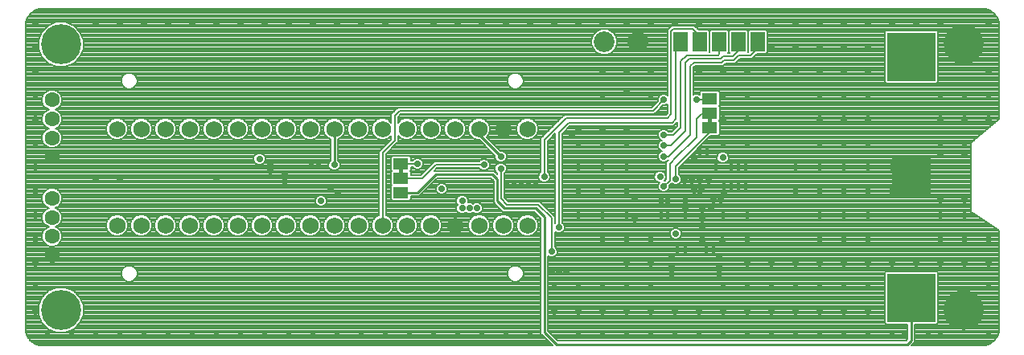
<source format=gbl>
G75*
%MOIN*%
%OFA0B0*%
%FSLAX25Y25*%
%IPPOS*%
%LPD*%
%AMOC8*
5,1,8,0,0,1.08239X$1,22.5*
%
%ADD10C,0.08600*%
%ADD11C,0.06900*%
%ADD12R,0.06300X0.04600*%
%ADD13C,0.01600*%
%ADD14R,0.16000X0.16000*%
%ADD15R,0.20000X0.20000*%
%ADD16C,0.06299*%
%ADD17R,0.05906X0.07874*%
%ADD18C,0.00800*%
%ADD19C,0.02800*%
%ADD20C,0.16598*%
%ADD21C,0.01000*%
D10*
X0270863Y0185293D03*
X0284642Y0185293D03*
D11*
X0238934Y0149128D03*
X0228934Y0149128D03*
X0218934Y0149128D03*
X0208934Y0149128D03*
X0198934Y0149128D03*
X0188934Y0149128D03*
X0178934Y0149128D03*
X0168934Y0149128D03*
X0158934Y0149128D03*
X0148934Y0149128D03*
X0138934Y0149128D03*
X0128934Y0149128D03*
X0118934Y0149128D03*
X0108934Y0149128D03*
X0098934Y0149128D03*
X0088934Y0149128D03*
X0078934Y0149128D03*
X0068934Y0149128D03*
X0068934Y0109128D03*
X0078934Y0109128D03*
X0088934Y0109128D03*
X0098934Y0109128D03*
X0108934Y0109128D03*
X0118934Y0109128D03*
X0128934Y0109128D03*
X0138934Y0109128D03*
X0148934Y0109128D03*
X0158934Y0109128D03*
X0168934Y0109128D03*
X0178934Y0109128D03*
X0188934Y0109128D03*
X0198934Y0109128D03*
X0208934Y0109128D03*
X0218934Y0109128D03*
X0228934Y0109128D03*
X0238934Y0109128D03*
D12*
X0186501Y0122805D03*
X0186501Y0128805D03*
X0186501Y0134805D03*
X0314422Y0149793D03*
X0314422Y0155793D03*
X0314422Y0161793D03*
D13*
X0314422Y0155793D02*
X0314422Y0150793D01*
X0186501Y0133805D02*
X0186501Y0128805D01*
D14*
X0398028Y0129159D03*
D15*
X0398028Y0179159D03*
X0398028Y0079159D03*
D16*
X0041926Y0096781D03*
X0041926Y0104655D03*
X0041926Y0112529D03*
X0041926Y0120403D03*
X0041926Y0137600D03*
X0041926Y0145474D03*
X0041926Y0153348D03*
X0041926Y0161222D03*
D17*
X0302418Y0185293D03*
X0310418Y0185293D03*
X0318418Y0185293D03*
X0326418Y0185293D03*
X0334418Y0185293D03*
D18*
X0037784Y0059301D02*
X0036709Y0059385D01*
X0034663Y0060050D01*
X0032923Y0061314D01*
X0031659Y0063054D01*
X0030995Y0065100D01*
X0030910Y0066175D01*
X0030910Y0192159D01*
X0030995Y0193234D01*
X0031659Y0195280D01*
X0032923Y0197020D01*
X0034663Y0198284D01*
X0036709Y0198949D01*
X0037784Y0199033D01*
X0427548Y0199033D01*
X0428623Y0198949D01*
X0430669Y0198284D01*
X0432409Y0197020D01*
X0433673Y0195280D01*
X0434337Y0193234D01*
X0434422Y0192159D01*
X0434422Y0191745D01*
X0434430Y0191737D01*
X0434430Y0153250D01*
X0423257Y0143939D01*
X0423205Y0143939D01*
X0422944Y0143678D01*
X0422660Y0143442D01*
X0422656Y0143390D01*
X0422619Y0143353D01*
X0422619Y0142984D01*
X0422585Y0142617D01*
X0422619Y0142577D01*
X0422619Y0115682D01*
X0422557Y0115590D01*
X0422619Y0115281D01*
X0422619Y0114965D01*
X0422698Y0114887D01*
X0422719Y0114777D01*
X0422982Y0114603D01*
X0423205Y0114380D01*
X0423316Y0114380D01*
X0434430Y0106970D01*
X0434430Y0066597D01*
X0434422Y0066589D01*
X0434422Y0066175D01*
X0434337Y0065100D01*
X0433673Y0063054D01*
X0432409Y0061314D01*
X0430669Y0060050D01*
X0428623Y0059385D01*
X0427548Y0059301D01*
X0398051Y0059301D01*
X0399528Y0060778D01*
X0399528Y0068159D01*
X0408442Y0068159D01*
X0409028Y0068745D01*
X0409028Y0089573D01*
X0408442Y0090159D01*
X0387614Y0090159D01*
X0387028Y0089573D01*
X0387028Y0068745D01*
X0387614Y0068159D01*
X0396528Y0068159D01*
X0396528Y0062021D01*
X0395801Y0061293D01*
X0251543Y0061293D01*
X0247422Y0065414D01*
X0247422Y0096399D01*
X0247562Y0096258D01*
X0248445Y0095893D01*
X0249399Y0095893D01*
X0250281Y0096258D01*
X0250957Y0096933D01*
X0251322Y0097816D01*
X0251322Y0098770D01*
X0250957Y0099652D01*
X0250322Y0100287D01*
X0250322Y0106499D01*
X0250562Y0106258D01*
X0251445Y0105893D01*
X0252399Y0105893D01*
X0253281Y0106258D01*
X0253957Y0106933D01*
X0254322Y0107816D01*
X0254322Y0108770D01*
X0253957Y0109652D01*
X0253322Y0110287D01*
X0253322Y0147213D01*
X0256502Y0150393D01*
X0299502Y0150393D01*
X0301002Y0151893D01*
X0301022Y0151913D01*
X0301022Y0150373D01*
X0298842Y0148193D01*
X0297416Y0148193D01*
X0296781Y0148828D01*
X0295899Y0149193D01*
X0294945Y0149193D01*
X0294062Y0148828D01*
X0293387Y0148152D01*
X0293022Y0147270D01*
X0293022Y0146316D01*
X0293387Y0145433D01*
X0294062Y0144758D01*
X0294582Y0144543D01*
X0294062Y0144328D01*
X0293387Y0143652D01*
X0293022Y0142770D01*
X0293022Y0141816D01*
X0293387Y0140933D01*
X0294062Y0140258D01*
X0294582Y0140043D01*
X0294062Y0139828D01*
X0293387Y0139152D01*
X0293022Y0138270D01*
X0293022Y0137316D01*
X0293387Y0136433D01*
X0294062Y0135758D01*
X0294945Y0135393D01*
X0295899Y0135393D01*
X0296781Y0135758D01*
X0297416Y0136393D01*
X0297542Y0136393D01*
X0296522Y0135373D01*
X0296522Y0128373D01*
X0295842Y0127693D01*
X0295716Y0127693D01*
X0295957Y0127933D01*
X0296322Y0128816D01*
X0296322Y0129770D01*
X0295957Y0130652D01*
X0295281Y0131328D01*
X0294399Y0131693D01*
X0293445Y0131693D01*
X0292562Y0131328D01*
X0291887Y0130652D01*
X0291522Y0129770D01*
X0291522Y0128816D01*
X0291887Y0127933D01*
X0292562Y0127258D01*
X0293445Y0126893D01*
X0293628Y0126893D01*
X0293387Y0126652D01*
X0293022Y0125770D01*
X0293022Y0124816D01*
X0293387Y0123933D01*
X0294062Y0123258D01*
X0294945Y0122893D01*
X0295899Y0122893D01*
X0296781Y0123258D01*
X0297457Y0123933D01*
X0297822Y0124816D01*
X0297822Y0125713D01*
X0298502Y0126393D01*
X0298715Y0126606D01*
X0299062Y0126258D01*
X0299945Y0125893D01*
X0300899Y0125893D01*
X0301781Y0126258D01*
X0302457Y0126933D01*
X0302822Y0127816D01*
X0302822Y0128770D01*
X0302457Y0129652D01*
X0301822Y0130287D01*
X0301822Y0133213D01*
X0314502Y0145893D01*
X0315102Y0146493D01*
X0317986Y0146493D01*
X0318572Y0147079D01*
X0318572Y0152507D01*
X0318286Y0152793D01*
X0318572Y0153079D01*
X0318572Y0158507D01*
X0318286Y0158793D01*
X0318572Y0159079D01*
X0318572Y0164507D01*
X0317986Y0165093D01*
X0310858Y0165093D01*
X0310272Y0164507D01*
X0310272Y0163332D01*
X0309399Y0163693D01*
X0308445Y0163693D01*
X0307822Y0163435D01*
X0307822Y0174713D01*
X0308502Y0175393D01*
X0320002Y0175393D01*
X0321002Y0176393D01*
X0325002Y0176393D01*
X0325822Y0177213D01*
X0327002Y0178393D01*
X0332002Y0178393D01*
X0333965Y0180356D01*
X0337785Y0180356D01*
X0338371Y0180942D01*
X0338371Y0189644D01*
X0337785Y0190230D01*
X0331051Y0190230D01*
X0330465Y0189644D01*
X0330465Y0181193D01*
X0330371Y0181193D01*
X0330371Y0189644D01*
X0329785Y0190230D01*
X0323051Y0190230D01*
X0322465Y0189644D01*
X0322465Y0180942D01*
X0322714Y0180693D01*
X0322122Y0180693D01*
X0322371Y0180942D01*
X0322371Y0189644D01*
X0321785Y0190230D01*
X0315051Y0190230D01*
X0314465Y0189644D01*
X0314465Y0181193D01*
X0314371Y0181193D01*
X0314371Y0189644D01*
X0313785Y0190230D01*
X0309965Y0190230D01*
X0308002Y0192193D01*
X0298842Y0192193D01*
X0298022Y0191373D01*
X0297022Y0190373D01*
X0297022Y0163087D01*
X0296781Y0163328D01*
X0295899Y0163693D01*
X0294945Y0163693D01*
X0294062Y0163328D01*
X0293387Y0162652D01*
X0293022Y0161770D01*
X0293022Y0160873D01*
X0290342Y0158193D01*
X0185342Y0158193D01*
X0184522Y0157373D01*
X0182522Y0155373D01*
X0182522Y0151833D01*
X0181454Y0152900D01*
X0179819Y0153578D01*
X0178049Y0153578D01*
X0176413Y0152900D01*
X0175161Y0151648D01*
X0174484Y0150013D01*
X0174484Y0148242D01*
X0175161Y0146607D01*
X0176413Y0145355D01*
X0178049Y0144678D01*
X0179819Y0144678D01*
X0181454Y0145355D01*
X0182522Y0146423D01*
X0182522Y0144873D01*
X0177534Y0139885D01*
X0177534Y0113364D01*
X0176413Y0112900D01*
X0175161Y0111648D01*
X0174484Y0110013D01*
X0174484Y0108242D01*
X0175161Y0106607D01*
X0176413Y0105355D01*
X0178049Y0104678D01*
X0179819Y0104678D01*
X0181454Y0105355D01*
X0182706Y0106607D01*
X0183384Y0108242D01*
X0183384Y0110013D01*
X0182706Y0111648D01*
X0181454Y0112900D01*
X0180334Y0113364D01*
X0180334Y0138725D01*
X0184502Y0142893D01*
X0185322Y0143713D01*
X0185322Y0146446D01*
X0186413Y0145355D01*
X0188049Y0144678D01*
X0189819Y0144678D01*
X0191454Y0145355D01*
X0192706Y0146607D01*
X0193384Y0148242D01*
X0193384Y0150013D01*
X0192706Y0151648D01*
X0191454Y0152900D01*
X0189819Y0153578D01*
X0188049Y0153578D01*
X0186413Y0152900D01*
X0185322Y0151809D01*
X0185322Y0154213D01*
X0186502Y0155393D01*
X0291502Y0155393D01*
X0292322Y0156213D01*
X0295002Y0158893D01*
X0295899Y0158893D01*
X0296781Y0159258D01*
X0297022Y0159499D01*
X0297022Y0155873D01*
X0296342Y0155193D01*
X0254342Y0155193D01*
X0253522Y0154373D01*
X0253522Y0154373D01*
X0244522Y0145373D01*
X0244522Y0131287D01*
X0243887Y0130652D01*
X0243522Y0129770D01*
X0243522Y0128816D01*
X0243887Y0127933D01*
X0244562Y0127258D01*
X0245445Y0126893D01*
X0246399Y0126893D01*
X0247281Y0127258D01*
X0247957Y0127933D01*
X0248322Y0128816D01*
X0248322Y0129770D01*
X0247957Y0130652D01*
X0247322Y0131287D01*
X0247322Y0144213D01*
X0250522Y0147413D01*
X0250522Y0110287D01*
X0250322Y0110087D01*
X0250322Y0112873D01*
X0249502Y0113693D01*
X0244002Y0119193D01*
X0231002Y0119193D01*
X0229322Y0120873D01*
X0229322Y0130799D01*
X0229957Y0131433D01*
X0230322Y0132316D01*
X0230322Y0133270D01*
X0229957Y0134152D01*
X0244522Y0134152D01*
X0244522Y0134950D02*
X0228986Y0134950D01*
X0229281Y0134828D02*
X0228399Y0135193D01*
X0227445Y0135193D01*
X0226562Y0134828D01*
X0225887Y0134152D01*
X0223322Y0134152D01*
X0223322Y0133816D02*
X0223322Y0134770D01*
X0222957Y0135652D01*
X0222281Y0136328D01*
X0221399Y0136693D01*
X0220445Y0136693D01*
X0219562Y0136328D01*
X0218928Y0135693D01*
X0200342Y0135693D01*
X0199522Y0134873D01*
X0194854Y0130205D01*
X0190651Y0130205D01*
X0190651Y0131519D01*
X0190365Y0131805D01*
X0190651Y0132091D01*
X0190651Y0133405D01*
X0191416Y0133405D01*
X0192062Y0132758D01*
X0192945Y0132393D01*
X0193899Y0132393D01*
X0194781Y0132758D01*
X0195457Y0133433D01*
X0195822Y0134316D01*
X0195822Y0135270D01*
X0195457Y0136152D01*
X0194781Y0136828D01*
X0193899Y0137193D01*
X0192945Y0137193D01*
X0192062Y0136828D01*
X0191440Y0136205D01*
X0190651Y0136205D01*
X0190651Y0137519D01*
X0190065Y0138105D01*
X0182936Y0138105D01*
X0182351Y0137519D01*
X0182351Y0132091D01*
X0182636Y0131805D01*
X0182351Y0131519D01*
X0182351Y0126091D01*
X0182636Y0125805D01*
X0182351Y0125519D01*
X0182351Y0120091D01*
X0182936Y0119505D01*
X0190065Y0119505D01*
X0190651Y0120091D01*
X0190651Y0121305D01*
X0194055Y0121305D01*
X0201543Y0128793D01*
X0223801Y0128793D01*
X0224922Y0127672D01*
X0224922Y0118672D01*
X0225801Y0117793D01*
X0228801Y0114793D01*
X0241801Y0114793D01*
X0244422Y0112172D01*
X0244422Y0064172D01*
X0245301Y0063293D01*
X0249293Y0059301D01*
X0037784Y0059301D01*
X0035156Y0059890D02*
X0248704Y0059890D01*
X0247905Y0060689D02*
X0033785Y0060689D01*
X0032798Y0061487D02*
X0247107Y0061487D01*
X0246308Y0062286D02*
X0032218Y0062286D01*
X0031650Y0063084D02*
X0245510Y0063084D01*
X0244711Y0063883D02*
X0031390Y0063883D01*
X0031131Y0064681D02*
X0244422Y0064681D01*
X0244422Y0065480D02*
X0049297Y0065480D01*
X0050934Y0066158D02*
X0053549Y0068773D01*
X0054965Y0072191D01*
X0054965Y0075891D01*
X0053549Y0079309D01*
X0050934Y0081924D01*
X0047516Y0083340D01*
X0043816Y0083340D01*
X0040398Y0081924D01*
X0037783Y0079309D01*
X0036367Y0075891D01*
X0036367Y0072191D01*
X0037783Y0068773D01*
X0040398Y0066158D01*
X0043816Y0064742D01*
X0047516Y0064742D01*
X0050934Y0066158D01*
X0051054Y0066278D02*
X0244422Y0066278D01*
X0244422Y0067077D02*
X0051853Y0067077D01*
X0052651Y0067875D02*
X0244422Y0067875D01*
X0244422Y0068674D02*
X0053450Y0068674D01*
X0053839Y0069472D02*
X0244422Y0069472D01*
X0244422Y0070271D02*
X0054170Y0070271D01*
X0054500Y0071069D02*
X0244422Y0071069D01*
X0244422Y0071868D02*
X0054831Y0071868D01*
X0054965Y0072666D02*
X0244422Y0072666D01*
X0244422Y0073465D02*
X0054965Y0073465D01*
X0054965Y0074263D02*
X0244422Y0074263D01*
X0244422Y0075062D02*
X0054965Y0075062D01*
X0054965Y0075860D02*
X0244422Y0075860D01*
X0244422Y0076659D02*
X0054647Y0076659D01*
X0054316Y0077457D02*
X0244422Y0077457D01*
X0244422Y0078256D02*
X0053986Y0078256D01*
X0053655Y0079054D02*
X0244422Y0079054D01*
X0244422Y0079853D02*
X0053005Y0079853D01*
X0052207Y0080651D02*
X0244422Y0080651D01*
X0244422Y0081450D02*
X0051408Y0081450D01*
X0050152Y0082248D02*
X0244422Y0082248D01*
X0244422Y0083047D02*
X0048224Y0083047D01*
X0043108Y0083047D02*
X0030910Y0083047D01*
X0030910Y0083845D02*
X0244422Y0083845D01*
X0244422Y0084644D02*
X0030910Y0084644D01*
X0030910Y0085442D02*
X0244422Y0085442D01*
X0244422Y0086241D02*
X0235750Y0086241D01*
X0235838Y0086277D02*
X0236784Y0087223D01*
X0237296Y0088459D01*
X0237296Y0089796D01*
X0236784Y0091032D01*
X0244422Y0091032D01*
X0244422Y0091830D02*
X0235986Y0091830D01*
X0235838Y0091978D02*
X0234603Y0092490D01*
X0233265Y0092490D01*
X0232029Y0091978D01*
X0231083Y0091032D01*
X0076784Y0091032D01*
X0075838Y0091978D01*
X0074603Y0092490D01*
X0073265Y0092490D01*
X0072029Y0091978D01*
X0071083Y0091032D01*
X0030910Y0091032D01*
X0030910Y0091830D02*
X0071882Y0091830D01*
X0071083Y0091032D02*
X0070572Y0089796D01*
X0070572Y0088459D01*
X0071083Y0087223D01*
X0072029Y0086277D01*
X0073265Y0085765D01*
X0074603Y0085765D01*
X0075838Y0086277D01*
X0076784Y0087223D01*
X0077296Y0088459D01*
X0077296Y0089796D01*
X0076784Y0091032D01*
X0077115Y0090233D02*
X0230753Y0090233D01*
X0230572Y0089796D02*
X0230572Y0088459D01*
X0231083Y0087223D01*
X0232029Y0086277D01*
X0233265Y0085765D01*
X0234603Y0085765D01*
X0235838Y0086277D01*
X0236600Y0087039D02*
X0244422Y0087039D01*
X0244422Y0087838D02*
X0237039Y0087838D01*
X0237296Y0088636D02*
X0244422Y0088636D01*
X0244422Y0089435D02*
X0237296Y0089435D01*
X0237115Y0090233D02*
X0244422Y0090233D01*
X0244422Y0092629D02*
X0030910Y0092629D01*
X0030910Y0093427D02*
X0244422Y0093427D01*
X0244422Y0094226D02*
X0030910Y0094226D01*
X0030910Y0095025D02*
X0244422Y0095025D01*
X0244422Y0095823D02*
X0030910Y0095823D01*
X0030910Y0096622D02*
X0244422Y0096622D01*
X0244422Y0097420D02*
X0030910Y0097420D01*
X0030910Y0098219D02*
X0244422Y0098219D01*
X0244422Y0099017D02*
X0030910Y0099017D01*
X0030910Y0099816D02*
X0244422Y0099816D01*
X0244422Y0100614D02*
X0043013Y0100614D01*
X0042751Y0100506D02*
X0044276Y0101137D01*
X0045444Y0102305D01*
X0046075Y0103830D01*
X0046075Y0105481D01*
X0045444Y0107006D01*
X0044276Y0108173D01*
X0043264Y0108592D01*
X0044276Y0109011D01*
X0045444Y0110179D01*
X0046075Y0111704D01*
X0046075Y0113355D01*
X0045444Y0114880D01*
X0044276Y0116047D01*
X0043264Y0116466D01*
X0044276Y0116885D01*
X0045444Y0118053D01*
X0046075Y0119578D01*
X0046075Y0121229D01*
X0045444Y0122754D01*
X0044276Y0123921D01*
X0042751Y0124553D01*
X0041100Y0124553D01*
X0039575Y0123921D01*
X0038408Y0122754D01*
X0037776Y0121229D01*
X0037776Y0119578D01*
X0038408Y0118053D01*
X0039575Y0116885D01*
X0040587Y0116466D01*
X0039575Y0116047D01*
X0038408Y0114880D01*
X0037776Y0113355D01*
X0037776Y0111704D01*
X0038408Y0110179D01*
X0039575Y0109011D01*
X0040587Y0108592D01*
X0039575Y0108173D01*
X0038408Y0107006D01*
X0037776Y0105481D01*
X0037776Y0103830D01*
X0038408Y0102305D01*
X0039575Y0101137D01*
X0041100Y0100506D01*
X0042751Y0100506D01*
X0040838Y0100614D02*
X0030910Y0100614D01*
X0030910Y0101413D02*
X0039300Y0101413D01*
X0038502Y0102211D02*
X0030910Y0102211D01*
X0030910Y0103010D02*
X0038116Y0103010D01*
X0037785Y0103808D02*
X0030910Y0103808D01*
X0030910Y0104607D02*
X0037776Y0104607D01*
X0037776Y0105405D02*
X0030910Y0105405D01*
X0030910Y0106204D02*
X0038076Y0106204D01*
X0038407Y0107002D02*
X0030910Y0107002D01*
X0030910Y0107801D02*
X0039203Y0107801D01*
X0040570Y0108599D02*
X0030910Y0108599D01*
X0030910Y0109398D02*
X0039189Y0109398D01*
X0038401Y0110196D02*
X0030910Y0110196D01*
X0030910Y0110995D02*
X0038070Y0110995D01*
X0037776Y0111793D02*
X0030910Y0111793D01*
X0030910Y0112592D02*
X0037776Y0112592D01*
X0037791Y0113390D02*
X0030910Y0113390D01*
X0030910Y0114189D02*
X0038122Y0114189D01*
X0038516Y0114987D02*
X0030910Y0114987D01*
X0030910Y0115786D02*
X0039314Y0115786D01*
X0040302Y0116584D02*
X0030910Y0116584D01*
X0030910Y0117383D02*
X0039078Y0117383D01*
X0038355Y0118181D02*
X0030910Y0118181D01*
X0030910Y0118980D02*
X0038024Y0118980D01*
X0037776Y0119778D02*
X0030910Y0119778D01*
X0030910Y0120577D02*
X0037776Y0120577D01*
X0037837Y0121375D02*
X0030910Y0121375D01*
X0030910Y0122174D02*
X0038168Y0122174D01*
X0038627Y0122972D02*
X0030910Y0122972D01*
X0030910Y0123771D02*
X0039425Y0123771D01*
X0044427Y0123771D02*
X0177534Y0123771D01*
X0177534Y0124569D02*
X0030910Y0124569D01*
X0030910Y0125368D02*
X0177534Y0125368D01*
X0177534Y0126166D02*
X0030910Y0126166D01*
X0030910Y0126965D02*
X0177534Y0126965D01*
X0177534Y0127763D02*
X0030910Y0127763D01*
X0030910Y0128562D02*
X0177534Y0128562D01*
X0177534Y0129360D02*
X0030910Y0129360D01*
X0030910Y0130159D02*
X0177534Y0130159D01*
X0177534Y0130958D02*
X0030910Y0130958D01*
X0030910Y0131756D02*
X0177534Y0131756D01*
X0177534Y0132555D02*
X0160578Y0132555D01*
X0160281Y0132258D02*
X0160957Y0132933D01*
X0161322Y0133816D01*
X0161322Y0134770D01*
X0160957Y0135652D01*
X0160422Y0136187D01*
X0160422Y0144927D01*
X0161454Y0145355D01*
X0162706Y0146607D01*
X0163384Y0148242D01*
X0163384Y0150013D01*
X0162706Y0151648D01*
X0161454Y0152900D01*
X0159819Y0153578D01*
X0158049Y0153578D01*
X0156413Y0152900D01*
X0155161Y0151648D01*
X0154484Y0150013D01*
X0154484Y0148242D01*
X0155161Y0146607D01*
X0156413Y0145355D01*
X0157422Y0144937D01*
X0157422Y0136187D01*
X0156887Y0135652D01*
X0156522Y0134770D01*
X0156522Y0133816D01*
X0156887Y0132933D01*
X0157562Y0132258D01*
X0158445Y0131893D01*
X0159399Y0131893D01*
X0160281Y0132258D01*
X0161130Y0133353D02*
X0177534Y0133353D01*
X0177534Y0134152D02*
X0161322Y0134152D01*
X0161247Y0134950D02*
X0177534Y0134950D01*
X0177534Y0135749D02*
X0160860Y0135749D01*
X0160422Y0136547D02*
X0177534Y0136547D01*
X0177534Y0137346D02*
X0160422Y0137346D01*
X0160422Y0138144D02*
X0177534Y0138144D01*
X0177534Y0138943D02*
X0160422Y0138943D01*
X0160422Y0139741D02*
X0177534Y0139741D01*
X0178189Y0140540D02*
X0160422Y0140540D01*
X0160422Y0141338D02*
X0178987Y0141338D01*
X0179786Y0142137D02*
X0160422Y0142137D01*
X0160422Y0142935D02*
X0180584Y0142935D01*
X0181383Y0143734D02*
X0160422Y0143734D01*
X0160422Y0144532D02*
X0182181Y0144532D01*
X0182522Y0145331D02*
X0181396Y0145331D01*
X0182229Y0146129D02*
X0182522Y0146129D01*
X0183922Y0144293D02*
X0183922Y0154793D01*
X0185922Y0156793D01*
X0290922Y0156793D01*
X0295422Y0161293D01*
X0293022Y0161301D02*
X0046075Y0161301D01*
X0046075Y0162048D02*
X0045444Y0163573D01*
X0044276Y0164740D01*
X0042751Y0165372D01*
X0041100Y0165372D01*
X0039575Y0164740D01*
X0038408Y0163573D01*
X0037776Y0162048D01*
X0037776Y0160397D01*
X0038408Y0158872D01*
X0039575Y0157704D01*
X0040587Y0157285D01*
X0039575Y0156866D01*
X0038408Y0155699D01*
X0037776Y0154174D01*
X0037776Y0152523D01*
X0038408Y0150998D01*
X0039575Y0149830D01*
X0040587Y0149411D01*
X0039575Y0148992D01*
X0038408Y0147825D01*
X0037776Y0146299D01*
X0037776Y0144649D01*
X0038408Y0143124D01*
X0039575Y0141956D01*
X0041100Y0141324D01*
X0042751Y0141324D01*
X0044276Y0141956D01*
X0045444Y0143124D01*
X0046075Y0144649D01*
X0046075Y0146299D01*
X0045444Y0147825D01*
X0044276Y0148992D01*
X0043264Y0149411D01*
X0044276Y0149830D01*
X0045444Y0150998D01*
X0046075Y0152523D01*
X0046075Y0154174D01*
X0045444Y0155699D01*
X0044276Y0156866D01*
X0043264Y0157285D01*
X0044276Y0157704D01*
X0045444Y0158872D01*
X0046075Y0160397D01*
X0046075Y0162048D01*
X0046054Y0162099D02*
X0293158Y0162099D01*
X0293633Y0162898D02*
X0045723Y0162898D01*
X0045320Y0163696D02*
X0297022Y0163696D01*
X0297022Y0164495D02*
X0044521Y0164495D01*
X0042940Y0165294D02*
X0297022Y0165294D01*
X0297022Y0166092D02*
X0235391Y0166092D01*
X0235838Y0166277D02*
X0236784Y0167223D01*
X0237296Y0168459D01*
X0237296Y0169796D01*
X0236784Y0171032D01*
X0235838Y0171978D01*
X0234603Y0172490D01*
X0233265Y0172490D01*
X0232029Y0171978D01*
X0231083Y0171032D01*
X0230572Y0169796D01*
X0230572Y0168459D01*
X0231083Y0167223D01*
X0232029Y0166277D01*
X0233265Y0165765D01*
X0234603Y0165765D01*
X0235838Y0166277D01*
X0236451Y0166891D02*
X0297022Y0166891D01*
X0297022Y0167689D02*
X0236977Y0167689D01*
X0237296Y0168488D02*
X0297022Y0168488D01*
X0297022Y0169286D02*
X0237296Y0169286D01*
X0237177Y0170085D02*
X0297022Y0170085D01*
X0297022Y0170883D02*
X0236846Y0170883D01*
X0236135Y0171682D02*
X0297022Y0171682D01*
X0297022Y0172480D02*
X0234626Y0172480D01*
X0233241Y0172480D02*
X0074626Y0172480D01*
X0074603Y0172490D02*
X0073265Y0172490D01*
X0072029Y0171978D01*
X0071083Y0171032D01*
X0070572Y0169796D01*
X0070572Y0168459D01*
X0071083Y0167223D01*
X0072029Y0166277D01*
X0073265Y0165765D01*
X0074603Y0165765D01*
X0075838Y0166277D01*
X0076784Y0167223D01*
X0077296Y0168459D01*
X0077296Y0169796D01*
X0076784Y0171032D01*
X0075838Y0171978D01*
X0074603Y0172490D01*
X0073241Y0172480D02*
X0030910Y0172480D01*
X0030910Y0171682D02*
X0071733Y0171682D01*
X0071022Y0170883D02*
X0030910Y0170883D01*
X0030910Y0170085D02*
X0070691Y0170085D01*
X0070572Y0169286D02*
X0030910Y0169286D01*
X0030910Y0168488D02*
X0070572Y0168488D01*
X0070890Y0167689D02*
X0030910Y0167689D01*
X0030910Y0166891D02*
X0071416Y0166891D01*
X0072476Y0166092D02*
X0030910Y0166092D01*
X0030910Y0165294D02*
X0040912Y0165294D01*
X0039330Y0164495D02*
X0030910Y0164495D01*
X0030910Y0163696D02*
X0038532Y0163696D01*
X0038129Y0162898D02*
X0030910Y0162898D01*
X0030910Y0162099D02*
X0037798Y0162099D01*
X0037776Y0161301D02*
X0030910Y0161301D01*
X0030910Y0160502D02*
X0037776Y0160502D01*
X0038063Y0159704D02*
X0030910Y0159704D01*
X0030910Y0158905D02*
X0038394Y0158905D01*
X0039173Y0158107D02*
X0030910Y0158107D01*
X0030910Y0157308D02*
X0040531Y0157308D01*
X0039219Y0156510D02*
X0030910Y0156510D01*
X0030910Y0155711D02*
X0038421Y0155711D01*
X0038082Y0154913D02*
X0030910Y0154913D01*
X0030910Y0154114D02*
X0037776Y0154114D01*
X0037776Y0153316D02*
X0030910Y0153316D01*
X0030910Y0152517D02*
X0037778Y0152517D01*
X0038109Y0151719D02*
X0030910Y0151719D01*
X0030910Y0150920D02*
X0038485Y0150920D01*
X0039284Y0150122D02*
X0030910Y0150122D01*
X0030910Y0149323D02*
X0040375Y0149323D01*
X0039108Y0148525D02*
X0030910Y0148525D01*
X0030910Y0147726D02*
X0038367Y0147726D01*
X0038036Y0146928D02*
X0030910Y0146928D01*
X0030910Y0146129D02*
X0037776Y0146129D01*
X0037776Y0145331D02*
X0030910Y0145331D01*
X0030910Y0144532D02*
X0037824Y0144532D01*
X0038155Y0143734D02*
X0030910Y0143734D01*
X0030910Y0142935D02*
X0038596Y0142935D01*
X0039395Y0142137D02*
X0030910Y0142137D01*
X0030910Y0141338D02*
X0041067Y0141338D01*
X0042784Y0141338D02*
X0157422Y0141338D01*
X0157422Y0140540D02*
X0030910Y0140540D01*
X0030910Y0139741D02*
X0157422Y0139741D01*
X0157422Y0138943D02*
X0129004Y0138943D01*
X0129281Y0138828D02*
X0128399Y0139193D01*
X0127445Y0139193D01*
X0126562Y0138828D01*
X0125887Y0138152D01*
X0125522Y0137270D01*
X0125522Y0136316D01*
X0125887Y0135433D01*
X0126562Y0134758D01*
X0127445Y0134393D01*
X0128399Y0134393D01*
X0129281Y0134758D01*
X0129957Y0135433D01*
X0130322Y0136316D01*
X0130322Y0137270D01*
X0129957Y0138152D01*
X0129281Y0138828D01*
X0129960Y0138144D02*
X0157422Y0138144D01*
X0157422Y0137346D02*
X0130291Y0137346D01*
X0130322Y0136547D02*
X0157422Y0136547D01*
X0156983Y0135749D02*
X0130087Y0135749D01*
X0129473Y0134950D02*
X0156596Y0134950D01*
X0156522Y0134152D02*
X0030910Y0134152D01*
X0030910Y0134950D02*
X0126371Y0134950D01*
X0125757Y0135749D02*
X0030910Y0135749D01*
X0030910Y0136547D02*
X0125522Y0136547D01*
X0125553Y0137346D02*
X0030910Y0137346D01*
X0030910Y0138144D02*
X0125884Y0138144D01*
X0126840Y0138943D02*
X0030910Y0138943D01*
X0030910Y0133353D02*
X0156713Y0133353D01*
X0157266Y0132555D02*
X0030910Y0132555D01*
X0044457Y0142137D02*
X0157422Y0142137D01*
X0157422Y0142935D02*
X0045255Y0142935D01*
X0045696Y0143734D02*
X0157422Y0143734D01*
X0157422Y0144532D02*
X0046027Y0144532D01*
X0046075Y0145331D02*
X0066472Y0145331D01*
X0066413Y0145355D02*
X0068049Y0144678D01*
X0069819Y0144678D01*
X0071454Y0145355D01*
X0072706Y0146607D01*
X0073384Y0148242D01*
X0073384Y0150013D01*
X0072706Y0151648D01*
X0071454Y0152900D01*
X0069819Y0153578D01*
X0068049Y0153578D01*
X0066413Y0152900D01*
X0065161Y0151648D01*
X0064484Y0150013D01*
X0064484Y0148242D01*
X0065161Y0146607D01*
X0066413Y0145355D01*
X0065639Y0146129D02*
X0046075Y0146129D01*
X0045815Y0146928D02*
X0065028Y0146928D01*
X0064698Y0147726D02*
X0045484Y0147726D01*
X0044744Y0148525D02*
X0064484Y0148525D01*
X0064484Y0149323D02*
X0043476Y0149323D01*
X0044568Y0150122D02*
X0064529Y0150122D01*
X0064860Y0150920D02*
X0045366Y0150920D01*
X0045742Y0151719D02*
X0065232Y0151719D01*
X0066030Y0152517D02*
X0046073Y0152517D01*
X0046075Y0153316D02*
X0067417Y0153316D01*
X0070451Y0153316D02*
X0077417Y0153316D01*
X0078049Y0153578D02*
X0076413Y0152900D01*
X0075161Y0151648D01*
X0074484Y0150013D01*
X0074484Y0148242D01*
X0075161Y0146607D01*
X0076413Y0145355D01*
X0078049Y0144678D01*
X0079819Y0144678D01*
X0081454Y0145355D01*
X0082706Y0146607D01*
X0083384Y0148242D01*
X0083384Y0150013D01*
X0082706Y0151648D01*
X0081454Y0152900D01*
X0079819Y0153578D01*
X0078049Y0153578D01*
X0076030Y0152517D02*
X0071837Y0152517D01*
X0072636Y0151719D02*
X0075232Y0151719D01*
X0074860Y0150920D02*
X0073008Y0150920D01*
X0073339Y0150122D02*
X0074529Y0150122D01*
X0074484Y0149323D02*
X0073384Y0149323D01*
X0073384Y0148525D02*
X0074484Y0148525D01*
X0074698Y0147726D02*
X0073170Y0147726D01*
X0072839Y0146928D02*
X0075028Y0146928D01*
X0075639Y0146129D02*
X0072229Y0146129D01*
X0071396Y0145331D02*
X0076472Y0145331D01*
X0081396Y0145331D02*
X0086472Y0145331D01*
X0086413Y0145355D02*
X0088049Y0144678D01*
X0089819Y0144678D01*
X0091454Y0145355D01*
X0092706Y0146607D01*
X0093384Y0148242D01*
X0093384Y0150013D01*
X0092706Y0151648D01*
X0091454Y0152900D01*
X0089819Y0153578D01*
X0088049Y0153578D01*
X0086413Y0152900D01*
X0085161Y0151648D01*
X0084484Y0150013D01*
X0084484Y0148242D01*
X0085161Y0146607D01*
X0086413Y0145355D01*
X0085639Y0146129D02*
X0082229Y0146129D01*
X0082839Y0146928D02*
X0085028Y0146928D01*
X0084698Y0147726D02*
X0083170Y0147726D01*
X0083384Y0148525D02*
X0084484Y0148525D01*
X0084484Y0149323D02*
X0083384Y0149323D01*
X0083339Y0150122D02*
X0084529Y0150122D01*
X0084860Y0150920D02*
X0083008Y0150920D01*
X0082636Y0151719D02*
X0085232Y0151719D01*
X0086030Y0152517D02*
X0081837Y0152517D01*
X0080451Y0153316D02*
X0087417Y0153316D01*
X0090451Y0153316D02*
X0097417Y0153316D01*
X0098049Y0153578D02*
X0096413Y0152900D01*
X0095161Y0151648D01*
X0094484Y0150013D01*
X0094484Y0148242D01*
X0095161Y0146607D01*
X0096413Y0145355D01*
X0098049Y0144678D01*
X0099819Y0144678D01*
X0101454Y0145355D01*
X0102706Y0146607D01*
X0103384Y0148242D01*
X0103384Y0150013D01*
X0102706Y0151648D01*
X0101454Y0152900D01*
X0099819Y0153578D01*
X0098049Y0153578D01*
X0096030Y0152517D02*
X0091837Y0152517D01*
X0092636Y0151719D02*
X0095232Y0151719D01*
X0094860Y0150920D02*
X0093008Y0150920D01*
X0093339Y0150122D02*
X0094529Y0150122D01*
X0094484Y0149323D02*
X0093384Y0149323D01*
X0093384Y0148525D02*
X0094484Y0148525D01*
X0094698Y0147726D02*
X0093170Y0147726D01*
X0092839Y0146928D02*
X0095028Y0146928D01*
X0095639Y0146129D02*
X0092229Y0146129D01*
X0091396Y0145331D02*
X0096472Y0145331D01*
X0101396Y0145331D02*
X0106472Y0145331D01*
X0106413Y0145355D02*
X0108049Y0144678D01*
X0109819Y0144678D01*
X0111454Y0145355D01*
X0112706Y0146607D01*
X0113384Y0148242D01*
X0113384Y0150013D01*
X0112706Y0151648D01*
X0111454Y0152900D01*
X0109819Y0153578D01*
X0108049Y0153578D01*
X0106413Y0152900D01*
X0105161Y0151648D01*
X0104484Y0150013D01*
X0104484Y0148242D01*
X0105161Y0146607D01*
X0106413Y0145355D01*
X0105639Y0146129D02*
X0102229Y0146129D01*
X0102839Y0146928D02*
X0105028Y0146928D01*
X0104698Y0147726D02*
X0103170Y0147726D01*
X0103384Y0148525D02*
X0104484Y0148525D01*
X0104484Y0149323D02*
X0103384Y0149323D01*
X0103339Y0150122D02*
X0104529Y0150122D01*
X0104860Y0150920D02*
X0103008Y0150920D01*
X0102636Y0151719D02*
X0105232Y0151719D01*
X0106030Y0152517D02*
X0101837Y0152517D01*
X0100451Y0153316D02*
X0107417Y0153316D01*
X0110451Y0153316D02*
X0117417Y0153316D01*
X0118049Y0153578D02*
X0116413Y0152900D01*
X0115161Y0151648D01*
X0114484Y0150013D01*
X0114484Y0148242D01*
X0115161Y0146607D01*
X0116413Y0145355D01*
X0118049Y0144678D01*
X0119819Y0144678D01*
X0121454Y0145355D01*
X0122706Y0146607D01*
X0123384Y0148242D01*
X0123384Y0150013D01*
X0122706Y0151648D01*
X0121454Y0152900D01*
X0119819Y0153578D01*
X0118049Y0153578D01*
X0116030Y0152517D02*
X0111837Y0152517D01*
X0112636Y0151719D02*
X0115232Y0151719D01*
X0114860Y0150920D02*
X0113008Y0150920D01*
X0113339Y0150122D02*
X0114529Y0150122D01*
X0114484Y0149323D02*
X0113384Y0149323D01*
X0113384Y0148525D02*
X0114484Y0148525D01*
X0114698Y0147726D02*
X0113170Y0147726D01*
X0112839Y0146928D02*
X0115028Y0146928D01*
X0115639Y0146129D02*
X0112229Y0146129D01*
X0111396Y0145331D02*
X0116472Y0145331D01*
X0121396Y0145331D02*
X0126472Y0145331D01*
X0126413Y0145355D02*
X0128049Y0144678D01*
X0129819Y0144678D01*
X0131454Y0145355D01*
X0132706Y0146607D01*
X0133384Y0148242D01*
X0133384Y0150013D01*
X0132706Y0151648D01*
X0131454Y0152900D01*
X0129819Y0153578D01*
X0128049Y0153578D01*
X0126413Y0152900D01*
X0125161Y0151648D01*
X0124484Y0150013D01*
X0124484Y0148242D01*
X0125161Y0146607D01*
X0126413Y0145355D01*
X0125639Y0146129D02*
X0122229Y0146129D01*
X0122839Y0146928D02*
X0125028Y0146928D01*
X0124698Y0147726D02*
X0123170Y0147726D01*
X0123384Y0148525D02*
X0124484Y0148525D01*
X0124484Y0149323D02*
X0123384Y0149323D01*
X0123339Y0150122D02*
X0124529Y0150122D01*
X0124860Y0150920D02*
X0123008Y0150920D01*
X0122636Y0151719D02*
X0125232Y0151719D01*
X0126030Y0152517D02*
X0121837Y0152517D01*
X0120451Y0153316D02*
X0127417Y0153316D01*
X0130451Y0153316D02*
X0137417Y0153316D01*
X0138049Y0153578D02*
X0136413Y0152900D01*
X0135161Y0151648D01*
X0134484Y0150013D01*
X0134484Y0148242D01*
X0135161Y0146607D01*
X0136413Y0145355D01*
X0138049Y0144678D01*
X0139819Y0144678D01*
X0141454Y0145355D01*
X0142706Y0146607D01*
X0143384Y0148242D01*
X0143384Y0150013D01*
X0142706Y0151648D01*
X0141454Y0152900D01*
X0139819Y0153578D01*
X0138049Y0153578D01*
X0136030Y0152517D02*
X0131837Y0152517D01*
X0132636Y0151719D02*
X0135232Y0151719D01*
X0134860Y0150920D02*
X0133008Y0150920D01*
X0133339Y0150122D02*
X0134529Y0150122D01*
X0134484Y0149323D02*
X0133384Y0149323D01*
X0133384Y0148525D02*
X0134484Y0148525D01*
X0134698Y0147726D02*
X0133170Y0147726D01*
X0132839Y0146928D02*
X0135028Y0146928D01*
X0135639Y0146129D02*
X0132229Y0146129D01*
X0131396Y0145331D02*
X0136472Y0145331D01*
X0141396Y0145331D02*
X0146472Y0145331D01*
X0146413Y0145355D02*
X0148049Y0144678D01*
X0149819Y0144678D01*
X0151454Y0145355D01*
X0152706Y0146607D01*
X0153384Y0148242D01*
X0153384Y0150013D01*
X0152706Y0151648D01*
X0151454Y0152900D01*
X0149819Y0153578D01*
X0148049Y0153578D01*
X0146413Y0152900D01*
X0145161Y0151648D01*
X0144484Y0150013D01*
X0144484Y0148242D01*
X0145161Y0146607D01*
X0146413Y0145355D01*
X0145639Y0146129D02*
X0142229Y0146129D01*
X0142839Y0146928D02*
X0145028Y0146928D01*
X0144698Y0147726D02*
X0143170Y0147726D01*
X0143384Y0148525D02*
X0144484Y0148525D01*
X0144484Y0149323D02*
X0143384Y0149323D01*
X0143339Y0150122D02*
X0144529Y0150122D01*
X0144860Y0150920D02*
X0143008Y0150920D01*
X0142636Y0151719D02*
X0145232Y0151719D01*
X0146030Y0152517D02*
X0141837Y0152517D01*
X0140451Y0153316D02*
X0147417Y0153316D01*
X0150451Y0153316D02*
X0157417Y0153316D01*
X0156030Y0152517D02*
X0151837Y0152517D01*
X0152636Y0151719D02*
X0155232Y0151719D01*
X0154860Y0150920D02*
X0153008Y0150920D01*
X0153339Y0150122D02*
X0154529Y0150122D01*
X0154484Y0149323D02*
X0153384Y0149323D01*
X0153384Y0148525D02*
X0154484Y0148525D01*
X0154698Y0147726D02*
X0153170Y0147726D01*
X0152839Y0146928D02*
X0155028Y0146928D01*
X0155639Y0146129D02*
X0152229Y0146129D01*
X0151396Y0145331D02*
X0156472Y0145331D01*
X0161396Y0145331D02*
X0166472Y0145331D01*
X0166413Y0145355D02*
X0168049Y0144678D01*
X0169819Y0144678D01*
X0171454Y0145355D01*
X0172706Y0146607D01*
X0173384Y0148242D01*
X0173384Y0150013D01*
X0172706Y0151648D01*
X0171454Y0152900D01*
X0169819Y0153578D01*
X0168049Y0153578D01*
X0166413Y0152900D01*
X0165161Y0151648D01*
X0164484Y0150013D01*
X0164484Y0148242D01*
X0165161Y0146607D01*
X0166413Y0145355D01*
X0165639Y0146129D02*
X0162229Y0146129D01*
X0162839Y0146928D02*
X0165028Y0146928D01*
X0164698Y0147726D02*
X0163170Y0147726D01*
X0163384Y0148525D02*
X0164484Y0148525D01*
X0164484Y0149323D02*
X0163384Y0149323D01*
X0163339Y0150122D02*
X0164529Y0150122D01*
X0164860Y0150920D02*
X0163008Y0150920D01*
X0162636Y0151719D02*
X0165232Y0151719D01*
X0166030Y0152517D02*
X0161837Y0152517D01*
X0160451Y0153316D02*
X0167417Y0153316D01*
X0170451Y0153316D02*
X0177417Y0153316D01*
X0176030Y0152517D02*
X0171837Y0152517D01*
X0172636Y0151719D02*
X0175232Y0151719D01*
X0174860Y0150920D02*
X0173008Y0150920D01*
X0173339Y0150122D02*
X0174529Y0150122D01*
X0174484Y0149323D02*
X0173384Y0149323D01*
X0173384Y0148525D02*
X0174484Y0148525D01*
X0174698Y0147726D02*
X0173170Y0147726D01*
X0172839Y0146928D02*
X0175028Y0146928D01*
X0175639Y0146129D02*
X0172229Y0146129D01*
X0171396Y0145331D02*
X0176472Y0145331D01*
X0178934Y0139305D02*
X0183922Y0144293D01*
X0185322Y0144532D02*
X0219061Y0144532D01*
X0218916Y0144678D02*
X0225522Y0138072D01*
X0225522Y0137316D01*
X0225887Y0136433D01*
X0226562Y0135758D01*
X0227445Y0135393D01*
X0228399Y0135393D01*
X0229281Y0135758D01*
X0229957Y0136433D01*
X0230322Y0137316D01*
X0230322Y0138270D01*
X0229957Y0139152D01*
X0229281Y0139828D01*
X0228399Y0140193D01*
X0227643Y0140193D01*
X0221968Y0145868D01*
X0222706Y0146607D01*
X0223384Y0148242D01*
X0223384Y0150013D01*
X0222706Y0151648D01*
X0221454Y0152900D01*
X0219819Y0153578D01*
X0218049Y0153578D01*
X0216413Y0152900D01*
X0215161Y0151648D01*
X0214484Y0150013D01*
X0214484Y0148242D01*
X0215161Y0146607D01*
X0216413Y0145355D01*
X0218049Y0144678D01*
X0218916Y0144678D01*
X0219860Y0143734D02*
X0185322Y0143734D01*
X0184544Y0142935D02*
X0220658Y0142935D01*
X0221457Y0142137D02*
X0183745Y0142137D01*
X0182947Y0141338D02*
X0222255Y0141338D01*
X0223054Y0140540D02*
X0182148Y0140540D01*
X0181350Y0139741D02*
X0223852Y0139741D01*
X0224651Y0138943D02*
X0180551Y0138943D01*
X0180334Y0138144D02*
X0225449Y0138144D01*
X0225522Y0137346D02*
X0190651Y0137346D01*
X0190651Y0136547D02*
X0191782Y0136547D01*
X0193434Y0134805D02*
X0193422Y0134793D01*
X0193434Y0134805D02*
X0186501Y0134805D01*
X0182351Y0134950D02*
X0180334Y0134950D01*
X0180334Y0134152D02*
X0182351Y0134152D01*
X0182351Y0133353D02*
X0180334Y0133353D01*
X0180334Y0132555D02*
X0182351Y0132555D01*
X0182588Y0131756D02*
X0180334Y0131756D01*
X0180334Y0130958D02*
X0182351Y0130958D01*
X0182351Y0130159D02*
X0180334Y0130159D01*
X0180334Y0129360D02*
X0182351Y0129360D01*
X0182351Y0128562D02*
X0180334Y0128562D01*
X0180334Y0127763D02*
X0182351Y0127763D01*
X0182351Y0126965D02*
X0180334Y0126965D01*
X0180334Y0126166D02*
X0182351Y0126166D01*
X0182351Y0125368D02*
X0180334Y0125368D01*
X0180334Y0124569D02*
X0182351Y0124569D01*
X0182351Y0123771D02*
X0180334Y0123771D01*
X0180334Y0122972D02*
X0182351Y0122972D01*
X0182351Y0122174D02*
X0180334Y0122174D01*
X0180334Y0121375D02*
X0182351Y0121375D01*
X0182351Y0120577D02*
X0180334Y0120577D01*
X0180334Y0119778D02*
X0182663Y0119778D01*
X0180334Y0118980D02*
X0209522Y0118980D01*
X0209522Y0118816D02*
X0209887Y0117933D01*
X0210028Y0117793D01*
X0209887Y0117652D01*
X0209522Y0116770D01*
X0209522Y0115816D01*
X0209887Y0114933D01*
X0210562Y0114258D01*
X0211445Y0113893D01*
X0212399Y0113893D01*
X0213281Y0114258D01*
X0213422Y0114399D01*
X0213562Y0114258D01*
X0214445Y0113893D01*
X0215399Y0113893D01*
X0216281Y0114258D01*
X0216422Y0114399D01*
X0216562Y0114258D01*
X0217445Y0113893D01*
X0218399Y0113893D01*
X0219281Y0114258D01*
X0219957Y0114933D01*
X0220322Y0115816D01*
X0220322Y0116770D01*
X0219957Y0117652D01*
X0219281Y0118328D01*
X0218399Y0118693D01*
X0217445Y0118693D01*
X0216562Y0118328D01*
X0216422Y0118187D01*
X0216281Y0118328D01*
X0215399Y0118693D01*
X0214445Y0118693D01*
X0214235Y0118606D01*
X0214322Y0118816D01*
X0214322Y0119770D01*
X0213957Y0120652D01*
X0213281Y0121328D01*
X0212399Y0121693D01*
X0211445Y0121693D01*
X0210562Y0121328D01*
X0209887Y0120652D01*
X0209522Y0119770D01*
X0209522Y0118816D01*
X0209785Y0118181D02*
X0180334Y0118181D01*
X0180334Y0117383D02*
X0209776Y0117383D01*
X0209522Y0116584D02*
X0180334Y0116584D01*
X0180334Y0115786D02*
X0209534Y0115786D01*
X0209865Y0114987D02*
X0180334Y0114987D01*
X0180334Y0114189D02*
X0210730Y0114189D01*
X0213113Y0114189D02*
X0213730Y0114189D01*
X0216113Y0114189D02*
X0216730Y0114189D01*
X0217596Y0113390D02*
X0200271Y0113390D01*
X0199819Y0113578D02*
X0198049Y0113578D01*
X0196413Y0112900D01*
X0195161Y0111648D01*
X0194484Y0110013D01*
X0194484Y0108242D01*
X0195161Y0106607D01*
X0196413Y0105355D01*
X0198049Y0104678D01*
X0199819Y0104678D01*
X0201454Y0105355D01*
X0202706Y0106607D01*
X0203384Y0108242D01*
X0203384Y0110013D01*
X0202706Y0111648D01*
X0201454Y0112900D01*
X0199819Y0113578D01*
X0201763Y0112592D02*
X0216105Y0112592D01*
X0216413Y0112900D02*
X0215161Y0111648D01*
X0214484Y0110013D01*
X0214484Y0108242D01*
X0215161Y0106607D01*
X0216413Y0105355D01*
X0218049Y0104678D01*
X0219819Y0104678D01*
X0221454Y0105355D01*
X0222706Y0106607D01*
X0223384Y0108242D01*
X0223384Y0110013D01*
X0222706Y0111648D01*
X0221454Y0112900D01*
X0219819Y0113578D01*
X0218049Y0113578D01*
X0216413Y0112900D01*
X0215306Y0111793D02*
X0202561Y0111793D01*
X0202977Y0110995D02*
X0214890Y0110995D01*
X0214560Y0110196D02*
X0203308Y0110196D01*
X0203384Y0109398D02*
X0214484Y0109398D01*
X0214484Y0108599D02*
X0203384Y0108599D01*
X0203201Y0107801D02*
X0214667Y0107801D01*
X0214997Y0107002D02*
X0202870Y0107002D01*
X0202303Y0106204D02*
X0215564Y0106204D01*
X0216363Y0105405D02*
X0201504Y0105405D01*
X0196363Y0105405D02*
X0191504Y0105405D01*
X0191454Y0105355D02*
X0192706Y0106607D01*
X0193384Y0108242D01*
X0193384Y0110013D01*
X0192706Y0111648D01*
X0191454Y0112900D01*
X0189819Y0113578D01*
X0188049Y0113578D01*
X0186413Y0112900D01*
X0185161Y0111648D01*
X0184484Y0110013D01*
X0184484Y0108242D01*
X0185161Y0106607D01*
X0186413Y0105355D01*
X0188049Y0104678D01*
X0189819Y0104678D01*
X0191454Y0105355D01*
X0192303Y0106204D02*
X0195564Y0106204D01*
X0194997Y0107002D02*
X0192870Y0107002D01*
X0193201Y0107801D02*
X0194667Y0107801D01*
X0194484Y0108599D02*
X0193384Y0108599D01*
X0193384Y0109398D02*
X0194484Y0109398D01*
X0194560Y0110196D02*
X0193308Y0110196D01*
X0192977Y0110995D02*
X0194890Y0110995D01*
X0195306Y0111793D02*
X0192561Y0111793D01*
X0191763Y0112592D02*
X0196105Y0112592D01*
X0197596Y0113390D02*
X0190271Y0113390D01*
X0187596Y0113390D02*
X0180334Y0113390D01*
X0181763Y0112592D02*
X0186105Y0112592D01*
X0185306Y0111793D02*
X0182561Y0111793D01*
X0182977Y0110995D02*
X0184890Y0110995D01*
X0184560Y0110196D02*
X0183308Y0110196D01*
X0183384Y0109398D02*
X0184484Y0109398D01*
X0184484Y0108599D02*
X0183384Y0108599D01*
X0183201Y0107801D02*
X0184667Y0107801D01*
X0184997Y0107002D02*
X0182870Y0107002D01*
X0182303Y0106204D02*
X0185564Y0106204D01*
X0186363Y0105405D02*
X0181504Y0105405D01*
X0178934Y0109128D02*
X0178934Y0139305D01*
X0180334Y0137346D02*
X0182351Y0137346D01*
X0182351Y0136547D02*
X0180334Y0136547D01*
X0180334Y0135749D02*
X0182351Y0135749D01*
X0190651Y0133353D02*
X0191468Y0133353D01*
X0190651Y0132555D02*
X0192554Y0132555D01*
X0194289Y0132555D02*
X0197204Y0132555D01*
X0198002Y0133353D02*
X0195376Y0133353D01*
X0195754Y0134152D02*
X0198801Y0134152D01*
X0199599Y0134950D02*
X0195822Y0134950D01*
X0195624Y0135749D02*
X0218983Y0135749D01*
X0220092Y0136547D02*
X0195062Y0136547D01*
X0196405Y0131756D02*
X0190414Y0131756D01*
X0190651Y0130958D02*
X0195607Y0130958D01*
X0195434Y0128805D02*
X0186501Y0128805D01*
X0195434Y0128805D02*
X0200922Y0134293D01*
X0220922Y0134293D01*
X0223130Y0133353D02*
X0225556Y0133353D01*
X0225522Y0133270D02*
X0225522Y0132316D01*
X0225887Y0131433D01*
X0226522Y0130799D01*
X0226522Y0130314D01*
X0225922Y0130914D01*
X0225043Y0131793D01*
X0200402Y0131793D01*
X0201502Y0132893D01*
X0218928Y0132893D01*
X0219562Y0132258D01*
X0220445Y0131893D01*
X0221399Y0131893D01*
X0222281Y0132258D01*
X0222957Y0132933D01*
X0223322Y0133816D01*
X0223247Y0134950D02*
X0226858Y0134950D01*
X0226586Y0135749D02*
X0222860Y0135749D01*
X0221751Y0136547D02*
X0225840Y0136547D01*
X0225887Y0134152D02*
X0225522Y0133270D01*
X0225522Y0132555D02*
X0222578Y0132555D01*
X0225080Y0131756D02*
X0225754Y0131756D01*
X0225879Y0130958D02*
X0226363Y0130958D01*
X0227922Y0132793D02*
X0227922Y0120293D01*
X0230422Y0117793D01*
X0243422Y0117793D01*
X0248922Y0112293D01*
X0248922Y0098293D01*
X0250645Y0096622D02*
X0434430Y0096622D01*
X0434430Y0097420D02*
X0251158Y0097420D01*
X0251322Y0098219D02*
X0434430Y0098219D01*
X0434430Y0099017D02*
X0251220Y0099017D01*
X0250793Y0099816D02*
X0434430Y0099816D01*
X0434430Y0100614D02*
X0250322Y0100614D01*
X0250322Y0101413D02*
X0434430Y0101413D01*
X0434430Y0102211D02*
X0250322Y0102211D01*
X0250322Y0103010D02*
X0434430Y0103010D01*
X0434430Y0103808D02*
X0301831Y0103808D01*
X0301781Y0103758D02*
X0302457Y0104433D01*
X0302822Y0105316D01*
X0302822Y0106270D01*
X0302457Y0107152D01*
X0301781Y0107828D01*
X0300899Y0108193D01*
X0299945Y0108193D01*
X0299062Y0107828D01*
X0298387Y0107152D01*
X0298022Y0106270D01*
X0298022Y0105316D01*
X0298387Y0104433D01*
X0299062Y0103758D01*
X0299945Y0103393D01*
X0300899Y0103393D01*
X0301781Y0103758D01*
X0302528Y0104607D02*
X0434430Y0104607D01*
X0434430Y0105405D02*
X0302822Y0105405D01*
X0302822Y0106204D02*
X0434430Y0106204D01*
X0434382Y0107002D02*
X0302519Y0107002D01*
X0301808Y0107801D02*
X0433184Y0107801D01*
X0431987Y0108599D02*
X0254322Y0108599D01*
X0254316Y0107801D02*
X0299036Y0107801D01*
X0298325Y0107002D02*
X0253985Y0107002D01*
X0253149Y0106204D02*
X0298022Y0106204D01*
X0298022Y0105405D02*
X0250322Y0105405D01*
X0250322Y0104607D02*
X0298316Y0104607D01*
X0299013Y0103808D02*
X0250322Y0103808D01*
X0250322Y0106204D02*
X0250694Y0106204D01*
X0251922Y0108293D02*
X0251922Y0147793D01*
X0255922Y0151793D01*
X0298922Y0151793D01*
X0300422Y0153293D01*
X0300422Y0183297D01*
X0302418Y0185293D01*
X0297022Y0185256D02*
X0276163Y0185256D01*
X0276163Y0184458D02*
X0297022Y0184458D01*
X0297022Y0183659D02*
X0275923Y0183659D01*
X0276163Y0184239D02*
X0275356Y0182291D01*
X0273865Y0180800D01*
X0271917Y0179993D01*
X0269809Y0179993D01*
X0267861Y0180800D01*
X0266370Y0182291D01*
X0265563Y0184239D01*
X0265563Y0186347D01*
X0266370Y0188295D01*
X0267861Y0189786D01*
X0269809Y0190593D01*
X0271917Y0190593D01*
X0273865Y0189786D01*
X0275356Y0188295D01*
X0276163Y0186347D01*
X0276163Y0184239D01*
X0275592Y0182861D02*
X0297022Y0182861D01*
X0297022Y0182062D02*
X0275127Y0182062D01*
X0274329Y0181264D02*
X0297022Y0181264D01*
X0297022Y0180465D02*
X0273057Y0180465D01*
X0268669Y0180465D02*
X0054152Y0180465D01*
X0053822Y0179667D02*
X0297022Y0179667D01*
X0297022Y0178868D02*
X0053408Y0178868D01*
X0053549Y0179010D02*
X0054965Y0182427D01*
X0054965Y0186127D01*
X0053549Y0189545D01*
X0050934Y0192161D01*
X0047516Y0193576D01*
X0043816Y0193576D01*
X0040398Y0192161D01*
X0037783Y0189545D01*
X0036367Y0186127D01*
X0036367Y0182427D01*
X0037783Y0179010D01*
X0040398Y0176394D01*
X0043816Y0174978D01*
X0047516Y0174978D01*
X0050934Y0176394D01*
X0053549Y0179010D01*
X0052610Y0178070D02*
X0297022Y0178070D01*
X0297022Y0177271D02*
X0051811Y0177271D01*
X0051012Y0176473D02*
X0297022Y0176473D01*
X0297022Y0175674D02*
X0049196Y0175674D01*
X0042136Y0175674D02*
X0030910Y0175674D01*
X0030910Y0174876D02*
X0297022Y0174876D01*
X0297022Y0174077D02*
X0030910Y0174077D01*
X0030910Y0173279D02*
X0297022Y0173279D01*
X0302422Y0177293D02*
X0304922Y0179793D01*
X0317922Y0179793D01*
X0318422Y0180293D01*
X0318422Y0185289D01*
X0318418Y0185293D01*
X0322371Y0185256D02*
X0322465Y0185256D01*
X0322465Y0184458D02*
X0322371Y0184458D01*
X0322371Y0183659D02*
X0322465Y0183659D01*
X0322465Y0182861D02*
X0322371Y0182861D01*
X0322371Y0182062D02*
X0322465Y0182062D01*
X0322465Y0181264D02*
X0322371Y0181264D01*
X0323922Y0179293D02*
X0319922Y0179293D01*
X0318922Y0178293D01*
X0305922Y0178293D01*
X0304422Y0176793D01*
X0304422Y0148293D01*
X0298422Y0142293D01*
X0295422Y0142293D01*
X0293220Y0141338D02*
X0253322Y0141338D01*
X0253322Y0140540D02*
X0293781Y0140540D01*
X0293976Y0139741D02*
X0253322Y0139741D01*
X0253322Y0138943D02*
X0293300Y0138943D01*
X0293022Y0138144D02*
X0253322Y0138144D01*
X0253322Y0137346D02*
X0293022Y0137346D01*
X0293340Y0136547D02*
X0253322Y0136547D01*
X0253322Y0135749D02*
X0294086Y0135749D01*
X0295422Y0137793D02*
X0297422Y0137793D01*
X0306422Y0146793D01*
X0306422Y0175293D01*
X0307922Y0176793D01*
X0319422Y0176793D01*
X0320422Y0177793D01*
X0324422Y0177793D01*
X0326422Y0179793D01*
X0331422Y0179793D01*
X0334422Y0182793D01*
X0334422Y0185289D01*
X0334418Y0185293D01*
X0338371Y0185256D02*
X0387028Y0185256D01*
X0387028Y0184458D02*
X0338371Y0184458D01*
X0338371Y0183659D02*
X0387028Y0183659D01*
X0387028Y0182861D02*
X0338371Y0182861D01*
X0338371Y0182062D02*
X0387028Y0182062D01*
X0387028Y0181264D02*
X0338371Y0181264D01*
X0337894Y0180465D02*
X0387028Y0180465D01*
X0387028Y0179667D02*
X0333276Y0179667D01*
X0332477Y0178868D02*
X0387028Y0178868D01*
X0387028Y0178070D02*
X0326678Y0178070D01*
X0325880Y0177271D02*
X0387028Y0177271D01*
X0387028Y0176473D02*
X0325081Y0176473D01*
X0325822Y0177213D02*
X0325822Y0177213D01*
X0323922Y0179293D02*
X0326922Y0182293D01*
X0326922Y0184789D01*
X0326418Y0185293D01*
X0330371Y0185256D02*
X0330465Y0185256D01*
X0330465Y0184458D02*
X0330371Y0184458D01*
X0330371Y0183659D02*
X0330465Y0183659D01*
X0330465Y0182861D02*
X0330371Y0182861D01*
X0330371Y0182062D02*
X0330465Y0182062D01*
X0330465Y0181264D02*
X0330371Y0181264D01*
X0330371Y0186055D02*
X0330465Y0186055D01*
X0330465Y0186853D02*
X0330371Y0186853D01*
X0330371Y0187652D02*
X0330465Y0187652D01*
X0330465Y0188450D02*
X0330371Y0188450D01*
X0330371Y0189249D02*
X0330465Y0189249D01*
X0330868Y0190047D02*
X0329968Y0190047D01*
X0337968Y0190047D02*
X0387502Y0190047D01*
X0387614Y0190159D02*
X0387028Y0189573D01*
X0387028Y0168745D01*
X0387614Y0168159D01*
X0408442Y0168159D01*
X0409028Y0168745D01*
X0409028Y0189573D01*
X0408442Y0190159D01*
X0387614Y0190159D01*
X0387028Y0189249D02*
X0338371Y0189249D01*
X0338371Y0188450D02*
X0387028Y0188450D01*
X0387028Y0187652D02*
X0338371Y0187652D01*
X0338371Y0186853D02*
X0387028Y0186853D01*
X0387028Y0186055D02*
X0338371Y0186055D01*
X0322465Y0186055D02*
X0322371Y0186055D01*
X0322371Y0186853D02*
X0322465Y0186853D01*
X0322465Y0187652D02*
X0322371Y0187652D01*
X0322371Y0188450D02*
X0322465Y0188450D01*
X0322465Y0189249D02*
X0322371Y0189249D01*
X0321968Y0190047D02*
X0322868Y0190047D01*
X0314868Y0190047D02*
X0313968Y0190047D01*
X0314371Y0189249D02*
X0314465Y0189249D01*
X0314465Y0188450D02*
X0314371Y0188450D01*
X0314371Y0187652D02*
X0314465Y0187652D01*
X0314465Y0186853D02*
X0314371Y0186853D01*
X0314371Y0186055D02*
X0314465Y0186055D01*
X0314465Y0185256D02*
X0314371Y0185256D01*
X0314371Y0184458D02*
X0314465Y0184458D01*
X0314465Y0183659D02*
X0314371Y0183659D01*
X0314371Y0182861D02*
X0314465Y0182861D01*
X0314465Y0182062D02*
X0314371Y0182062D01*
X0314371Y0181264D02*
X0314465Y0181264D01*
X0310422Y0185297D02*
X0310418Y0185293D01*
X0310422Y0185297D02*
X0310422Y0187793D01*
X0307422Y0190793D01*
X0299422Y0190793D01*
X0298422Y0189793D01*
X0298422Y0155293D01*
X0296922Y0153793D01*
X0254922Y0153793D01*
X0245922Y0144793D01*
X0245922Y0129293D01*
X0247651Y0130958D02*
X0250522Y0130958D01*
X0250522Y0131756D02*
X0247322Y0131756D01*
X0247322Y0132555D02*
X0250522Y0132555D01*
X0250522Y0133353D02*
X0247322Y0133353D01*
X0247322Y0134152D02*
X0250522Y0134152D01*
X0250522Y0134950D02*
X0247322Y0134950D01*
X0247322Y0135749D02*
X0250522Y0135749D01*
X0250522Y0136547D02*
X0247322Y0136547D01*
X0247322Y0137346D02*
X0250522Y0137346D01*
X0250522Y0138144D02*
X0247322Y0138144D01*
X0247322Y0138943D02*
X0250522Y0138943D01*
X0250522Y0139741D02*
X0247322Y0139741D01*
X0247322Y0140540D02*
X0250522Y0140540D01*
X0250522Y0141338D02*
X0247322Y0141338D01*
X0247322Y0142137D02*
X0250522Y0142137D01*
X0250522Y0142935D02*
X0247322Y0142935D01*
X0247322Y0143734D02*
X0250522Y0143734D01*
X0250522Y0144532D02*
X0247641Y0144532D01*
X0248440Y0145331D02*
X0250522Y0145331D01*
X0250522Y0146129D02*
X0249238Y0146129D01*
X0250037Y0146928D02*
X0250522Y0146928D01*
X0253322Y0146928D02*
X0293022Y0146928D01*
X0293099Y0146129D02*
X0253322Y0146129D01*
X0253322Y0145331D02*
X0293490Y0145331D01*
X0294556Y0144532D02*
X0253322Y0144532D01*
X0253322Y0143734D02*
X0293469Y0143734D01*
X0293090Y0142935D02*
X0253322Y0142935D01*
X0253322Y0142137D02*
X0293022Y0142137D01*
X0295422Y0146793D02*
X0299422Y0146793D01*
X0302422Y0149793D01*
X0302422Y0177293D01*
X0307984Y0174876D02*
X0387028Y0174876D01*
X0387028Y0175674D02*
X0320283Y0175674D01*
X0307822Y0174077D02*
X0387028Y0174077D01*
X0387028Y0173279D02*
X0307822Y0173279D01*
X0307822Y0172480D02*
X0387028Y0172480D01*
X0387028Y0171682D02*
X0307822Y0171682D01*
X0307822Y0170883D02*
X0387028Y0170883D01*
X0387028Y0170085D02*
X0307822Y0170085D01*
X0307822Y0169286D02*
X0387028Y0169286D01*
X0387286Y0168488D02*
X0307822Y0168488D01*
X0307822Y0167689D02*
X0434430Y0167689D01*
X0434430Y0166891D02*
X0307822Y0166891D01*
X0307822Y0166092D02*
X0434430Y0166092D01*
X0434430Y0165294D02*
X0307822Y0165294D01*
X0307822Y0164495D02*
X0310272Y0164495D01*
X0310272Y0163696D02*
X0307822Y0163696D01*
X0308922Y0161293D02*
X0313922Y0161293D01*
X0314422Y0161793D01*
X0318572Y0162099D02*
X0434430Y0162099D01*
X0434430Y0161301D02*
X0318572Y0161301D01*
X0318572Y0160502D02*
X0434430Y0160502D01*
X0434430Y0159704D02*
X0318572Y0159704D01*
X0318399Y0158905D02*
X0434430Y0158905D01*
X0434430Y0158107D02*
X0318572Y0158107D01*
X0318572Y0157308D02*
X0434430Y0157308D01*
X0434430Y0156510D02*
X0318572Y0156510D01*
X0318572Y0155711D02*
X0434430Y0155711D01*
X0434430Y0154913D02*
X0318572Y0154913D01*
X0318572Y0154114D02*
X0434430Y0154114D01*
X0434430Y0153316D02*
X0318572Y0153316D01*
X0318562Y0152517D02*
X0433551Y0152517D01*
X0432593Y0151719D02*
X0318572Y0151719D01*
X0318572Y0150920D02*
X0431635Y0150920D01*
X0430676Y0150122D02*
X0318572Y0150122D01*
X0318572Y0149323D02*
X0429718Y0149323D01*
X0428760Y0148525D02*
X0318572Y0148525D01*
X0318572Y0147726D02*
X0427802Y0147726D01*
X0426844Y0146928D02*
X0318421Y0146928D01*
X0314738Y0146129D02*
X0425885Y0146129D01*
X0424927Y0145331D02*
X0313940Y0145331D01*
X0313141Y0144532D02*
X0423969Y0144532D01*
X0423000Y0143734D02*
X0312343Y0143734D01*
X0311544Y0142935D02*
X0422614Y0142935D01*
X0422619Y0142137D02*
X0310745Y0142137D01*
X0309947Y0141338D02*
X0422619Y0141338D01*
X0422619Y0140540D02*
X0309148Y0140540D01*
X0308350Y0139741D02*
X0422619Y0139741D01*
X0422619Y0138943D02*
X0321666Y0138943D01*
X0321957Y0138652D02*
X0321281Y0139328D01*
X0320399Y0139693D01*
X0319445Y0139693D01*
X0318562Y0139328D01*
X0317887Y0138652D01*
X0317522Y0137770D01*
X0317522Y0136816D01*
X0317887Y0135933D01*
X0318562Y0135258D01*
X0319445Y0134893D01*
X0320399Y0134893D01*
X0321281Y0135258D01*
X0321957Y0135933D01*
X0322322Y0136816D01*
X0322322Y0137770D01*
X0321957Y0138652D01*
X0322167Y0138144D02*
X0422619Y0138144D01*
X0422619Y0137346D02*
X0322322Y0137346D01*
X0322211Y0136547D02*
X0422619Y0136547D01*
X0422619Y0135749D02*
X0321772Y0135749D01*
X0320537Y0134950D02*
X0422619Y0134950D01*
X0422619Y0134152D02*
X0302760Y0134152D01*
X0303559Y0134950D02*
X0319307Y0134950D01*
X0318072Y0135749D02*
X0304357Y0135749D01*
X0305156Y0136547D02*
X0317633Y0136547D01*
X0317522Y0137346D02*
X0305954Y0137346D01*
X0306753Y0138144D02*
X0317677Y0138144D01*
X0318177Y0138943D02*
X0307551Y0138943D01*
X0308922Y0145793D02*
X0299422Y0136293D01*
X0298922Y0135793D01*
X0297922Y0134793D01*
X0297922Y0127793D01*
X0295422Y0125293D01*
X0293186Y0126166D02*
X0253322Y0126166D01*
X0253322Y0125368D02*
X0293022Y0125368D01*
X0293124Y0124569D02*
X0253322Y0124569D01*
X0253322Y0123771D02*
X0293550Y0123771D01*
X0294753Y0122972D02*
X0253322Y0122972D01*
X0253322Y0122174D02*
X0422619Y0122174D01*
X0422619Y0122972D02*
X0296091Y0122972D01*
X0297294Y0123771D02*
X0422619Y0123771D01*
X0422619Y0124569D02*
X0297720Y0124569D01*
X0297822Y0125368D02*
X0422619Y0125368D01*
X0422619Y0126166D02*
X0301559Y0126166D01*
X0302470Y0126965D02*
X0422619Y0126965D01*
X0422619Y0127763D02*
X0302800Y0127763D01*
X0302822Y0128562D02*
X0422619Y0128562D01*
X0422619Y0129360D02*
X0302577Y0129360D01*
X0301950Y0130159D02*
X0422619Y0130159D01*
X0422619Y0130958D02*
X0301822Y0130958D01*
X0301822Y0131756D02*
X0422619Y0131756D01*
X0422619Y0132555D02*
X0301822Y0132555D01*
X0301962Y0133353D02*
X0422619Y0133353D01*
X0422619Y0121375D02*
X0253322Y0121375D01*
X0253322Y0120577D02*
X0422619Y0120577D01*
X0422619Y0119778D02*
X0253322Y0119778D01*
X0253322Y0118980D02*
X0422619Y0118980D01*
X0422619Y0118181D02*
X0253322Y0118181D01*
X0253322Y0117383D02*
X0422619Y0117383D01*
X0422619Y0116584D02*
X0253322Y0116584D01*
X0253322Y0115786D02*
X0422619Y0115786D01*
X0422619Y0114987D02*
X0253322Y0114987D01*
X0253322Y0114189D02*
X0423602Y0114189D01*
X0424800Y0113390D02*
X0253322Y0113390D01*
X0253322Y0112592D02*
X0425998Y0112592D01*
X0427196Y0111793D02*
X0253322Y0111793D01*
X0253322Y0110995D02*
X0428393Y0110995D01*
X0429591Y0110196D02*
X0253413Y0110196D01*
X0254062Y0109398D02*
X0430789Y0109398D01*
X0434430Y0095823D02*
X0247422Y0095823D01*
X0247422Y0095025D02*
X0434430Y0095025D01*
X0434430Y0094226D02*
X0247422Y0094226D01*
X0247422Y0093427D02*
X0434430Y0093427D01*
X0434430Y0092629D02*
X0247422Y0092629D01*
X0247422Y0091830D02*
X0434430Y0091830D01*
X0434430Y0091032D02*
X0247422Y0091032D01*
X0247422Y0090233D02*
X0434430Y0090233D01*
X0434430Y0089435D02*
X0409028Y0089435D01*
X0409028Y0088636D02*
X0434430Y0088636D01*
X0434430Y0087838D02*
X0409028Y0087838D01*
X0409028Y0087039D02*
X0434430Y0087039D01*
X0434430Y0086241D02*
X0409028Y0086241D01*
X0409028Y0085442D02*
X0434430Y0085442D01*
X0434430Y0084644D02*
X0409028Y0084644D01*
X0409028Y0083845D02*
X0434430Y0083845D01*
X0434430Y0083047D02*
X0409028Y0083047D01*
X0409028Y0082248D02*
X0434430Y0082248D01*
X0434430Y0081450D02*
X0409028Y0081450D01*
X0409028Y0080651D02*
X0434430Y0080651D01*
X0434430Y0079853D02*
X0409028Y0079853D01*
X0409028Y0079054D02*
X0434430Y0079054D01*
X0434430Y0078256D02*
X0409028Y0078256D01*
X0409028Y0077457D02*
X0434430Y0077457D01*
X0434430Y0076659D02*
X0409028Y0076659D01*
X0409028Y0075860D02*
X0434430Y0075860D01*
X0434430Y0075062D02*
X0409028Y0075062D01*
X0409028Y0074263D02*
X0434430Y0074263D01*
X0434430Y0073465D02*
X0409028Y0073465D01*
X0409028Y0072666D02*
X0434430Y0072666D01*
X0434430Y0071868D02*
X0409028Y0071868D01*
X0409028Y0071069D02*
X0434430Y0071069D01*
X0434430Y0070271D02*
X0409028Y0070271D01*
X0409028Y0069472D02*
X0434430Y0069472D01*
X0434430Y0068674D02*
X0408957Y0068674D01*
X0399528Y0067875D02*
X0434430Y0067875D01*
X0434430Y0067077D02*
X0399528Y0067077D01*
X0399528Y0066278D02*
X0434422Y0066278D01*
X0434367Y0065480D02*
X0399528Y0065480D01*
X0399528Y0064681D02*
X0434201Y0064681D01*
X0433942Y0063883D02*
X0399528Y0063883D01*
X0399528Y0063084D02*
X0433682Y0063084D01*
X0433114Y0062286D02*
X0399528Y0062286D01*
X0399528Y0061487D02*
X0432534Y0061487D01*
X0431547Y0060689D02*
X0399439Y0060689D01*
X0398640Y0059890D02*
X0430176Y0059890D01*
X0396528Y0062286D02*
X0250551Y0062286D01*
X0249752Y0063084D02*
X0396528Y0063084D01*
X0396528Y0063883D02*
X0248954Y0063883D01*
X0248155Y0064681D02*
X0396528Y0064681D01*
X0396528Y0065480D02*
X0247422Y0065480D01*
X0247422Y0066278D02*
X0396528Y0066278D01*
X0396528Y0067077D02*
X0247422Y0067077D01*
X0247422Y0067875D02*
X0396528Y0067875D01*
X0387099Y0068674D02*
X0247422Y0068674D01*
X0247422Y0069472D02*
X0387028Y0069472D01*
X0387028Y0070271D02*
X0247422Y0070271D01*
X0247422Y0071069D02*
X0387028Y0071069D01*
X0387028Y0071868D02*
X0247422Y0071868D01*
X0247422Y0072666D02*
X0387028Y0072666D01*
X0387028Y0073465D02*
X0247422Y0073465D01*
X0247422Y0074263D02*
X0387028Y0074263D01*
X0387028Y0075062D02*
X0247422Y0075062D01*
X0247422Y0075860D02*
X0387028Y0075860D01*
X0387028Y0076659D02*
X0247422Y0076659D01*
X0247422Y0077457D02*
X0387028Y0077457D01*
X0387028Y0078256D02*
X0247422Y0078256D01*
X0247422Y0079054D02*
X0387028Y0079054D01*
X0387028Y0079853D02*
X0247422Y0079853D01*
X0247422Y0080651D02*
X0387028Y0080651D01*
X0387028Y0081450D02*
X0247422Y0081450D01*
X0247422Y0082248D02*
X0387028Y0082248D01*
X0387028Y0083047D02*
X0247422Y0083047D01*
X0247422Y0083845D02*
X0387028Y0083845D01*
X0387028Y0084644D02*
X0247422Y0084644D01*
X0247422Y0085442D02*
X0387028Y0085442D01*
X0387028Y0086241D02*
X0247422Y0086241D01*
X0247422Y0087039D02*
X0387028Y0087039D01*
X0387028Y0087838D02*
X0247422Y0087838D01*
X0247422Y0088636D02*
X0387028Y0088636D01*
X0387028Y0089435D02*
X0247422Y0089435D01*
X0236784Y0091032D02*
X0235838Y0091978D01*
X0231882Y0091830D02*
X0075986Y0091830D01*
X0077296Y0089435D02*
X0230572Y0089435D01*
X0230572Y0089796D02*
X0231083Y0091032D01*
X0230572Y0088636D02*
X0077296Y0088636D01*
X0077039Y0087838D02*
X0230829Y0087838D01*
X0231267Y0087039D02*
X0076600Y0087039D01*
X0075750Y0086241D02*
X0232117Y0086241D01*
X0244422Y0101413D02*
X0044552Y0101413D01*
X0045350Y0102211D02*
X0244422Y0102211D01*
X0244422Y0103010D02*
X0045736Y0103010D01*
X0046066Y0103808D02*
X0244422Y0103808D01*
X0244422Y0104607D02*
X0046075Y0104607D01*
X0046075Y0105405D02*
X0066363Y0105405D01*
X0066413Y0105355D02*
X0068049Y0104678D01*
X0069819Y0104678D01*
X0071454Y0105355D01*
X0072706Y0106607D01*
X0073384Y0108242D01*
X0073384Y0110013D01*
X0072706Y0111648D01*
X0071454Y0112900D01*
X0069819Y0113578D01*
X0068049Y0113578D01*
X0066413Y0112900D01*
X0065161Y0111648D01*
X0064484Y0110013D01*
X0064484Y0108242D01*
X0065161Y0106607D01*
X0066413Y0105355D01*
X0065564Y0106204D02*
X0045776Y0106204D01*
X0045445Y0107002D02*
X0064997Y0107002D01*
X0064667Y0107801D02*
X0044649Y0107801D01*
X0043281Y0108599D02*
X0064484Y0108599D01*
X0064484Y0109398D02*
X0044663Y0109398D01*
X0045451Y0110196D02*
X0064560Y0110196D01*
X0064890Y0110995D02*
X0045782Y0110995D01*
X0046075Y0111793D02*
X0065306Y0111793D01*
X0066105Y0112592D02*
X0046075Y0112592D01*
X0046061Y0113390D02*
X0067596Y0113390D01*
X0070271Y0113390D02*
X0077596Y0113390D01*
X0078049Y0113578D02*
X0076413Y0112900D01*
X0075161Y0111648D01*
X0074484Y0110013D01*
X0074484Y0108242D01*
X0075161Y0106607D01*
X0076413Y0105355D01*
X0078049Y0104678D01*
X0079819Y0104678D01*
X0081454Y0105355D01*
X0082706Y0106607D01*
X0083384Y0108242D01*
X0083384Y0110013D01*
X0082706Y0111648D01*
X0081454Y0112900D01*
X0079819Y0113578D01*
X0078049Y0113578D01*
X0076105Y0112592D02*
X0071763Y0112592D01*
X0072561Y0111793D02*
X0075306Y0111793D01*
X0074890Y0110995D02*
X0072977Y0110995D01*
X0073308Y0110196D02*
X0074560Y0110196D01*
X0074484Y0109398D02*
X0073384Y0109398D01*
X0073384Y0108599D02*
X0074484Y0108599D01*
X0074667Y0107801D02*
X0073201Y0107801D01*
X0072870Y0107002D02*
X0074997Y0107002D01*
X0075564Y0106204D02*
X0072303Y0106204D01*
X0071504Y0105405D02*
X0076363Y0105405D01*
X0081504Y0105405D02*
X0086363Y0105405D01*
X0086413Y0105355D02*
X0088049Y0104678D01*
X0089819Y0104678D01*
X0091454Y0105355D01*
X0092706Y0106607D01*
X0093384Y0108242D01*
X0093384Y0110013D01*
X0092706Y0111648D01*
X0091454Y0112900D01*
X0089819Y0113578D01*
X0088049Y0113578D01*
X0086413Y0112900D01*
X0085161Y0111648D01*
X0084484Y0110013D01*
X0084484Y0108242D01*
X0085161Y0106607D01*
X0086413Y0105355D01*
X0085564Y0106204D02*
X0082303Y0106204D01*
X0082870Y0107002D02*
X0084997Y0107002D01*
X0084667Y0107801D02*
X0083201Y0107801D01*
X0083384Y0108599D02*
X0084484Y0108599D01*
X0084484Y0109398D02*
X0083384Y0109398D01*
X0083308Y0110196D02*
X0084560Y0110196D01*
X0084890Y0110995D02*
X0082977Y0110995D01*
X0082561Y0111793D02*
X0085306Y0111793D01*
X0086105Y0112592D02*
X0081763Y0112592D01*
X0080271Y0113390D02*
X0087596Y0113390D01*
X0090271Y0113390D02*
X0097596Y0113390D01*
X0098049Y0113578D02*
X0096413Y0112900D01*
X0095161Y0111648D01*
X0094484Y0110013D01*
X0094484Y0108242D01*
X0095161Y0106607D01*
X0096413Y0105355D01*
X0098049Y0104678D01*
X0099819Y0104678D01*
X0101454Y0105355D01*
X0102706Y0106607D01*
X0103384Y0108242D01*
X0103384Y0110013D01*
X0102706Y0111648D01*
X0101454Y0112900D01*
X0099819Y0113578D01*
X0098049Y0113578D01*
X0096105Y0112592D02*
X0091763Y0112592D01*
X0092561Y0111793D02*
X0095306Y0111793D01*
X0094890Y0110995D02*
X0092977Y0110995D01*
X0093308Y0110196D02*
X0094560Y0110196D01*
X0094484Y0109398D02*
X0093384Y0109398D01*
X0093384Y0108599D02*
X0094484Y0108599D01*
X0094667Y0107801D02*
X0093201Y0107801D01*
X0092870Y0107002D02*
X0094997Y0107002D01*
X0095564Y0106204D02*
X0092303Y0106204D01*
X0091504Y0105405D02*
X0096363Y0105405D01*
X0101504Y0105405D02*
X0106363Y0105405D01*
X0106413Y0105355D02*
X0108049Y0104678D01*
X0109819Y0104678D01*
X0111454Y0105355D01*
X0112706Y0106607D01*
X0113384Y0108242D01*
X0113384Y0110013D01*
X0112706Y0111648D01*
X0111454Y0112900D01*
X0109819Y0113578D01*
X0108049Y0113578D01*
X0106413Y0112900D01*
X0105161Y0111648D01*
X0104484Y0110013D01*
X0104484Y0108242D01*
X0105161Y0106607D01*
X0106413Y0105355D01*
X0105564Y0106204D02*
X0102303Y0106204D01*
X0102870Y0107002D02*
X0104997Y0107002D01*
X0104667Y0107801D02*
X0103201Y0107801D01*
X0103384Y0108599D02*
X0104484Y0108599D01*
X0104484Y0109398D02*
X0103384Y0109398D01*
X0103308Y0110196D02*
X0104560Y0110196D01*
X0104890Y0110995D02*
X0102977Y0110995D01*
X0102561Y0111793D02*
X0105306Y0111793D01*
X0106105Y0112592D02*
X0101763Y0112592D01*
X0100271Y0113390D02*
X0107596Y0113390D01*
X0110271Y0113390D02*
X0117596Y0113390D01*
X0118049Y0113578D02*
X0116413Y0112900D01*
X0115161Y0111648D01*
X0114484Y0110013D01*
X0114484Y0108242D01*
X0115161Y0106607D01*
X0116413Y0105355D01*
X0118049Y0104678D01*
X0119819Y0104678D01*
X0121454Y0105355D01*
X0122706Y0106607D01*
X0123384Y0108242D01*
X0123384Y0110013D01*
X0122706Y0111648D01*
X0121454Y0112900D01*
X0119819Y0113578D01*
X0118049Y0113578D01*
X0116105Y0112592D02*
X0111763Y0112592D01*
X0112561Y0111793D02*
X0115306Y0111793D01*
X0114890Y0110995D02*
X0112977Y0110995D01*
X0113308Y0110196D02*
X0114560Y0110196D01*
X0114484Y0109398D02*
X0113384Y0109398D01*
X0113384Y0108599D02*
X0114484Y0108599D01*
X0114667Y0107801D02*
X0113201Y0107801D01*
X0112870Y0107002D02*
X0114997Y0107002D01*
X0115564Y0106204D02*
X0112303Y0106204D01*
X0111504Y0105405D02*
X0116363Y0105405D01*
X0121504Y0105405D02*
X0126363Y0105405D01*
X0126413Y0105355D02*
X0128049Y0104678D01*
X0129819Y0104678D01*
X0131454Y0105355D01*
X0132706Y0106607D01*
X0133384Y0108242D01*
X0133384Y0110013D01*
X0132706Y0111648D01*
X0131454Y0112900D01*
X0129819Y0113578D01*
X0128049Y0113578D01*
X0126413Y0112900D01*
X0125161Y0111648D01*
X0124484Y0110013D01*
X0124484Y0108242D01*
X0125161Y0106607D01*
X0126413Y0105355D01*
X0125564Y0106204D02*
X0122303Y0106204D01*
X0122870Y0107002D02*
X0124997Y0107002D01*
X0124667Y0107801D02*
X0123201Y0107801D01*
X0123384Y0108599D02*
X0124484Y0108599D01*
X0124484Y0109398D02*
X0123384Y0109398D01*
X0123308Y0110196D02*
X0124560Y0110196D01*
X0124890Y0110995D02*
X0122977Y0110995D01*
X0122561Y0111793D02*
X0125306Y0111793D01*
X0126105Y0112592D02*
X0121763Y0112592D01*
X0120271Y0113390D02*
X0127596Y0113390D01*
X0130271Y0113390D02*
X0137596Y0113390D01*
X0138049Y0113578D02*
X0136413Y0112900D01*
X0135161Y0111648D01*
X0134484Y0110013D01*
X0134484Y0108242D01*
X0135161Y0106607D01*
X0136413Y0105355D01*
X0138049Y0104678D01*
X0139819Y0104678D01*
X0141454Y0105355D01*
X0142706Y0106607D01*
X0143384Y0108242D01*
X0143384Y0110013D01*
X0142706Y0111648D01*
X0141454Y0112900D01*
X0139819Y0113578D01*
X0138049Y0113578D01*
X0136105Y0112592D02*
X0131763Y0112592D01*
X0132561Y0111793D02*
X0135306Y0111793D01*
X0134890Y0110995D02*
X0132977Y0110995D01*
X0133308Y0110196D02*
X0134560Y0110196D01*
X0134484Y0109398D02*
X0133384Y0109398D01*
X0133384Y0108599D02*
X0134484Y0108599D01*
X0134667Y0107801D02*
X0133201Y0107801D01*
X0132870Y0107002D02*
X0134997Y0107002D01*
X0135564Y0106204D02*
X0132303Y0106204D01*
X0131504Y0105405D02*
X0136363Y0105405D01*
X0141504Y0105405D02*
X0146363Y0105405D01*
X0146413Y0105355D02*
X0148049Y0104678D01*
X0149819Y0104678D01*
X0151454Y0105355D01*
X0152706Y0106607D01*
X0153384Y0108242D01*
X0153384Y0110013D01*
X0152706Y0111648D01*
X0151454Y0112900D01*
X0149819Y0113578D01*
X0148049Y0113578D01*
X0146413Y0112900D01*
X0145161Y0111648D01*
X0144484Y0110013D01*
X0144484Y0108242D01*
X0145161Y0106607D01*
X0146413Y0105355D01*
X0145564Y0106204D02*
X0142303Y0106204D01*
X0142870Y0107002D02*
X0144997Y0107002D01*
X0144667Y0107801D02*
X0143201Y0107801D01*
X0143384Y0108599D02*
X0144484Y0108599D01*
X0144484Y0109398D02*
X0143384Y0109398D01*
X0143308Y0110196D02*
X0144560Y0110196D01*
X0144890Y0110995D02*
X0142977Y0110995D01*
X0142561Y0111793D02*
X0145306Y0111793D01*
X0146105Y0112592D02*
X0141763Y0112592D01*
X0140271Y0113390D02*
X0147596Y0113390D01*
X0150271Y0113390D02*
X0157596Y0113390D01*
X0158049Y0113578D02*
X0156413Y0112900D01*
X0155161Y0111648D01*
X0154484Y0110013D01*
X0154484Y0108242D01*
X0155161Y0106607D01*
X0156413Y0105355D01*
X0158049Y0104678D01*
X0159819Y0104678D01*
X0161454Y0105355D01*
X0162706Y0106607D01*
X0163384Y0108242D01*
X0163384Y0110013D01*
X0162706Y0111648D01*
X0161454Y0112900D01*
X0159819Y0113578D01*
X0158049Y0113578D01*
X0156105Y0112592D02*
X0151763Y0112592D01*
X0152561Y0111793D02*
X0155306Y0111793D01*
X0154890Y0110995D02*
X0152977Y0110995D01*
X0153308Y0110196D02*
X0154560Y0110196D01*
X0154484Y0109398D02*
X0153384Y0109398D01*
X0153384Y0108599D02*
X0154484Y0108599D01*
X0154667Y0107801D02*
X0153201Y0107801D01*
X0152870Y0107002D02*
X0154997Y0107002D01*
X0155564Y0106204D02*
X0152303Y0106204D01*
X0151504Y0105405D02*
X0156363Y0105405D01*
X0161504Y0105405D02*
X0166363Y0105405D01*
X0166413Y0105355D02*
X0168049Y0104678D01*
X0169819Y0104678D01*
X0171454Y0105355D01*
X0172706Y0106607D01*
X0173384Y0108242D01*
X0173384Y0110013D01*
X0172706Y0111648D01*
X0171454Y0112900D01*
X0169819Y0113578D01*
X0168049Y0113578D01*
X0166413Y0112900D01*
X0165161Y0111648D01*
X0164484Y0110013D01*
X0164484Y0108242D01*
X0165161Y0106607D01*
X0166413Y0105355D01*
X0165564Y0106204D02*
X0162303Y0106204D01*
X0162870Y0107002D02*
X0164997Y0107002D01*
X0164667Y0107801D02*
X0163201Y0107801D01*
X0163384Y0108599D02*
X0164484Y0108599D01*
X0164484Y0109398D02*
X0163384Y0109398D01*
X0163308Y0110196D02*
X0164560Y0110196D01*
X0164890Y0110995D02*
X0162977Y0110995D01*
X0162561Y0111793D02*
X0165306Y0111793D01*
X0166105Y0112592D02*
X0161763Y0112592D01*
X0160271Y0113390D02*
X0167596Y0113390D01*
X0170271Y0113390D02*
X0177534Y0113390D01*
X0177534Y0114189D02*
X0045730Y0114189D01*
X0045336Y0114987D02*
X0177534Y0114987D01*
X0177534Y0115786D02*
X0044538Y0115786D01*
X0043550Y0116584D02*
X0177534Y0116584D01*
X0177534Y0117383D02*
X0154906Y0117383D01*
X0154781Y0117258D02*
X0155457Y0117933D01*
X0155822Y0118816D01*
X0155822Y0119770D01*
X0155457Y0120652D01*
X0154781Y0121328D01*
X0153899Y0121693D01*
X0152945Y0121693D01*
X0152062Y0121328D01*
X0151387Y0120652D01*
X0151022Y0119770D01*
X0151022Y0118816D01*
X0151387Y0117933D01*
X0152062Y0117258D01*
X0152945Y0116893D01*
X0153899Y0116893D01*
X0154781Y0117258D01*
X0155559Y0118181D02*
X0177534Y0118181D01*
X0177534Y0118980D02*
X0155822Y0118980D01*
X0155819Y0119778D02*
X0177534Y0119778D01*
X0177534Y0120577D02*
X0155488Y0120577D01*
X0154666Y0121375D02*
X0177534Y0121375D01*
X0177534Y0122174D02*
X0045684Y0122174D01*
X0046015Y0121375D02*
X0152178Y0121375D01*
X0151356Y0120577D02*
X0046075Y0120577D01*
X0046075Y0119778D02*
X0151025Y0119778D01*
X0151022Y0118980D02*
X0045828Y0118980D01*
X0045497Y0118181D02*
X0151285Y0118181D01*
X0151938Y0117383D02*
X0044774Y0117383D01*
X0045225Y0122972D02*
X0177534Y0122972D01*
X0190338Y0119778D02*
X0209525Y0119778D01*
X0209856Y0120577D02*
X0190651Y0120577D01*
X0194126Y0121375D02*
X0210678Y0121375D01*
X0213166Y0121375D02*
X0224922Y0121375D01*
X0224922Y0120577D02*
X0213988Y0120577D01*
X0214319Y0119778D02*
X0224922Y0119778D01*
X0224922Y0118980D02*
X0214322Y0118980D01*
X0219428Y0118181D02*
X0225412Y0118181D01*
X0226211Y0117383D02*
X0220068Y0117383D01*
X0220322Y0116584D02*
X0227009Y0116584D01*
X0227808Y0115786D02*
X0220310Y0115786D01*
X0219979Y0114987D02*
X0228606Y0114987D01*
X0228049Y0113578D02*
X0226413Y0112900D01*
X0225161Y0111648D01*
X0224484Y0110013D01*
X0224484Y0108242D01*
X0225161Y0106607D01*
X0226413Y0105355D01*
X0228049Y0104678D01*
X0229819Y0104678D01*
X0231454Y0105355D01*
X0232706Y0106607D01*
X0233384Y0108242D01*
X0233384Y0110013D01*
X0232706Y0111648D01*
X0231454Y0112900D01*
X0229819Y0113578D01*
X0228049Y0113578D01*
X0227596Y0113390D02*
X0220271Y0113390D01*
X0219113Y0114189D02*
X0242405Y0114189D01*
X0243203Y0113390D02*
X0240271Y0113390D01*
X0239819Y0113578D02*
X0241454Y0112900D01*
X0242706Y0111648D01*
X0243384Y0110013D01*
X0243384Y0108242D01*
X0242706Y0106607D01*
X0241454Y0105355D01*
X0239819Y0104678D01*
X0238049Y0104678D01*
X0236413Y0105355D01*
X0235161Y0106607D01*
X0234484Y0108242D01*
X0234484Y0110013D01*
X0235161Y0111648D01*
X0236413Y0112900D01*
X0238049Y0113578D01*
X0239819Y0113578D01*
X0241763Y0112592D02*
X0244002Y0112592D01*
X0244422Y0111793D02*
X0242561Y0111793D01*
X0242977Y0110995D02*
X0244422Y0110995D01*
X0244422Y0110196D02*
X0243308Y0110196D01*
X0243384Y0109398D02*
X0244422Y0109398D01*
X0244422Y0108599D02*
X0243384Y0108599D01*
X0243201Y0107801D02*
X0244422Y0107801D01*
X0244422Y0107002D02*
X0242870Y0107002D01*
X0242303Y0106204D02*
X0244422Y0106204D01*
X0244422Y0105405D02*
X0241504Y0105405D01*
X0236363Y0105405D02*
X0231504Y0105405D01*
X0232303Y0106204D02*
X0235564Y0106204D01*
X0234997Y0107002D02*
X0232870Y0107002D01*
X0233201Y0107801D02*
X0234667Y0107801D01*
X0234484Y0108599D02*
X0233384Y0108599D01*
X0233384Y0109398D02*
X0234484Y0109398D01*
X0234560Y0110196D02*
X0233308Y0110196D01*
X0232977Y0110995D02*
X0234890Y0110995D01*
X0235306Y0111793D02*
X0232561Y0111793D01*
X0231763Y0112592D02*
X0236105Y0112592D01*
X0237596Y0113390D02*
X0230271Y0113390D01*
X0226105Y0112592D02*
X0221763Y0112592D01*
X0222561Y0111793D02*
X0225306Y0111793D01*
X0224890Y0110995D02*
X0222977Y0110995D01*
X0223308Y0110196D02*
X0224560Y0110196D01*
X0224484Y0109398D02*
X0223384Y0109398D01*
X0223384Y0108599D02*
X0224484Y0108599D01*
X0224667Y0107801D02*
X0223201Y0107801D01*
X0222870Y0107002D02*
X0224997Y0107002D01*
X0225564Y0106204D02*
X0222303Y0106204D01*
X0221504Y0105405D02*
X0226363Y0105405D01*
X0247409Y0115786D02*
X0250522Y0115786D01*
X0250522Y0116584D02*
X0246610Y0116584D01*
X0245812Y0117383D02*
X0250522Y0117383D01*
X0250522Y0118181D02*
X0245013Y0118181D01*
X0244215Y0118980D02*
X0250522Y0118980D01*
X0250522Y0119778D02*
X0230416Y0119778D01*
X0229618Y0120577D02*
X0250522Y0120577D01*
X0250522Y0121375D02*
X0229322Y0121375D01*
X0229322Y0122174D02*
X0250522Y0122174D01*
X0250522Y0122972D02*
X0229322Y0122972D01*
X0229322Y0123771D02*
X0250522Y0123771D01*
X0250522Y0124569D02*
X0229322Y0124569D01*
X0229322Y0125368D02*
X0250522Y0125368D01*
X0250522Y0126166D02*
X0229322Y0126166D01*
X0229322Y0126965D02*
X0245271Y0126965D01*
X0246573Y0126965D02*
X0250522Y0126965D01*
X0250522Y0127763D02*
X0247787Y0127763D01*
X0248217Y0128562D02*
X0250522Y0128562D01*
X0250522Y0129360D02*
X0248322Y0129360D01*
X0248161Y0130159D02*
X0250522Y0130159D01*
X0253322Y0130159D02*
X0291683Y0130159D01*
X0291522Y0129360D02*
X0253322Y0129360D01*
X0253322Y0128562D02*
X0291627Y0128562D01*
X0292057Y0127763D02*
X0253322Y0127763D01*
X0253322Y0126965D02*
X0293271Y0126965D01*
X0295786Y0127763D02*
X0295913Y0127763D01*
X0296217Y0128562D02*
X0296522Y0128562D01*
X0296522Y0129360D02*
X0296322Y0129360D01*
X0296161Y0130159D02*
X0296522Y0130159D01*
X0296522Y0130958D02*
X0295651Y0130958D01*
X0296522Y0131756D02*
X0253322Y0131756D01*
X0253322Y0130958D02*
X0292192Y0130958D01*
X0296522Y0132555D02*
X0253322Y0132555D01*
X0253322Y0133353D02*
X0296522Y0133353D01*
X0296522Y0134152D02*
X0253322Y0134152D01*
X0253322Y0134950D02*
X0296522Y0134950D01*
X0296758Y0135749D02*
X0296898Y0135749D01*
X0300422Y0133793D02*
X0313922Y0147293D01*
X0313922Y0149293D01*
X0314422Y0149793D01*
X0314422Y0150793D02*
X0313922Y0150793D01*
X0310922Y0155293D02*
X0308922Y0153293D01*
X0308922Y0145793D01*
X0300771Y0150122D02*
X0256231Y0150122D01*
X0255432Y0149323D02*
X0299972Y0149323D01*
X0299174Y0148525D02*
X0297084Y0148525D01*
X0293760Y0148525D02*
X0254634Y0148525D01*
X0253835Y0147726D02*
X0293211Y0147726D01*
X0300029Y0150920D02*
X0301022Y0150920D01*
X0301022Y0151719D02*
X0300828Y0151719D01*
X0296860Y0155711D02*
X0291820Y0155711D01*
X0292322Y0156213D02*
X0292322Y0156213D01*
X0292619Y0156510D02*
X0297022Y0156510D01*
X0297022Y0157308D02*
X0293417Y0157308D01*
X0294216Y0158107D02*
X0297022Y0158107D01*
X0297022Y0158905D02*
X0295929Y0158905D01*
X0292651Y0160502D02*
X0046075Y0160502D01*
X0045788Y0159704D02*
X0291853Y0159704D01*
X0291054Y0158905D02*
X0045458Y0158905D01*
X0044679Y0158107D02*
X0185256Y0158107D01*
X0184457Y0157308D02*
X0043321Y0157308D01*
X0044632Y0156510D02*
X0183659Y0156510D01*
X0182860Y0155711D02*
X0045431Y0155711D01*
X0045769Y0154913D02*
X0182522Y0154913D01*
X0182522Y0154114D02*
X0046075Y0154114D01*
X0075391Y0166092D02*
X0232476Y0166092D01*
X0231416Y0166891D02*
X0076451Y0166891D01*
X0076977Y0167689D02*
X0230890Y0167689D01*
X0230572Y0168488D02*
X0077296Y0168488D01*
X0077296Y0169286D02*
X0230572Y0169286D01*
X0230691Y0170085D02*
X0077177Y0170085D01*
X0076846Y0170883D02*
X0231022Y0170883D01*
X0231733Y0171682D02*
X0076135Y0171682D01*
X0054483Y0181264D02*
X0267397Y0181264D01*
X0266598Y0182062D02*
X0054814Y0182062D01*
X0054965Y0182861D02*
X0266134Y0182861D01*
X0265803Y0183659D02*
X0054965Y0183659D01*
X0054965Y0184458D02*
X0265563Y0184458D01*
X0265563Y0185256D02*
X0054965Y0185256D01*
X0054965Y0186055D02*
X0265563Y0186055D01*
X0265772Y0186853D02*
X0054664Y0186853D01*
X0054334Y0187652D02*
X0266103Y0187652D01*
X0266525Y0188450D02*
X0054003Y0188450D01*
X0053672Y0189249D02*
X0267323Y0189249D01*
X0268491Y0190047D02*
X0053047Y0190047D01*
X0052248Y0190846D02*
X0297495Y0190846D01*
X0297022Y0190047D02*
X0273234Y0190047D01*
X0274402Y0189249D02*
X0297022Y0189249D01*
X0297022Y0188450D02*
X0275201Y0188450D01*
X0275622Y0187652D02*
X0297022Y0187652D01*
X0297022Y0186853D02*
X0275953Y0186853D01*
X0276163Y0186055D02*
X0297022Y0186055D01*
X0298293Y0191644D02*
X0051450Y0191644D01*
X0050252Y0192443D02*
X0434400Y0192443D01*
X0434430Y0191644D02*
X0308550Y0191644D01*
X0309349Y0190846D02*
X0434430Y0190846D01*
X0434430Y0190047D02*
X0408554Y0190047D01*
X0409028Y0189249D02*
X0434430Y0189249D01*
X0434430Y0188450D02*
X0409028Y0188450D01*
X0409028Y0187652D02*
X0434430Y0187652D01*
X0434430Y0186853D02*
X0409028Y0186853D01*
X0409028Y0186055D02*
X0434430Y0186055D01*
X0434430Y0185256D02*
X0409028Y0185256D01*
X0409028Y0184458D02*
X0434430Y0184458D01*
X0434430Y0183659D02*
X0409028Y0183659D01*
X0409028Y0182861D02*
X0434430Y0182861D01*
X0434430Y0182062D02*
X0409028Y0182062D01*
X0409028Y0181264D02*
X0434430Y0181264D01*
X0434430Y0180465D02*
X0409028Y0180465D01*
X0409028Y0179667D02*
X0434430Y0179667D01*
X0434430Y0178868D02*
X0409028Y0178868D01*
X0409028Y0178070D02*
X0434430Y0178070D01*
X0434430Y0177271D02*
X0409028Y0177271D01*
X0409028Y0176473D02*
X0434430Y0176473D01*
X0434430Y0175674D02*
X0409028Y0175674D01*
X0409028Y0174876D02*
X0434430Y0174876D01*
X0434430Y0174077D02*
X0409028Y0174077D01*
X0409028Y0173279D02*
X0434430Y0173279D01*
X0434430Y0172480D02*
X0409028Y0172480D01*
X0409028Y0171682D02*
X0434430Y0171682D01*
X0434430Y0170883D02*
X0409028Y0170883D01*
X0409028Y0170085D02*
X0434430Y0170085D01*
X0434430Y0169286D02*
X0409028Y0169286D01*
X0408771Y0168488D02*
X0434430Y0168488D01*
X0434430Y0164495D02*
X0318572Y0164495D01*
X0318572Y0163696D02*
X0434430Y0163696D01*
X0434430Y0162898D02*
X0318572Y0162898D01*
X0314422Y0155793D02*
X0313922Y0155293D01*
X0310922Y0155293D01*
X0300422Y0133793D02*
X0300422Y0128293D01*
X0299284Y0126166D02*
X0298275Y0126166D01*
X0250522Y0114987D02*
X0248207Y0114987D01*
X0249006Y0114189D02*
X0250522Y0114189D01*
X0250522Y0113390D02*
X0249805Y0113390D01*
X0250322Y0112592D02*
X0250522Y0112592D01*
X0250522Y0111793D02*
X0250322Y0111793D01*
X0250322Y0110995D02*
X0250522Y0110995D01*
X0250431Y0110196D02*
X0250322Y0110196D01*
X0224922Y0122174D02*
X0204577Y0122174D01*
X0204781Y0122258D02*
X0205457Y0122933D01*
X0205822Y0123816D01*
X0205822Y0124770D01*
X0205457Y0125652D01*
X0204781Y0126328D01*
X0203899Y0126693D01*
X0202945Y0126693D01*
X0202062Y0126328D01*
X0201387Y0125652D01*
X0201022Y0124770D01*
X0201022Y0123816D01*
X0201387Y0122933D01*
X0202062Y0122258D01*
X0202945Y0121893D01*
X0203899Y0121893D01*
X0204781Y0122258D01*
X0205473Y0122972D02*
X0224922Y0122972D01*
X0224922Y0123771D02*
X0205803Y0123771D01*
X0205822Y0124569D02*
X0224922Y0124569D01*
X0224922Y0125368D02*
X0205574Y0125368D01*
X0204943Y0126166D02*
X0224922Y0126166D01*
X0224922Y0126965D02*
X0199715Y0126965D01*
X0198917Y0126166D02*
X0201901Y0126166D01*
X0201269Y0125368D02*
X0198118Y0125368D01*
X0197320Y0124569D02*
X0201022Y0124569D01*
X0201040Y0123771D02*
X0196521Y0123771D01*
X0195723Y0122972D02*
X0201371Y0122972D01*
X0202266Y0122174D02*
X0194924Y0122174D01*
X0200514Y0127763D02*
X0224830Y0127763D01*
X0224032Y0128562D02*
X0201312Y0128562D01*
X0201163Y0132555D02*
X0219266Y0132555D01*
X0229281Y0134828D02*
X0229957Y0134152D01*
X0230288Y0133353D02*
X0244522Y0133353D01*
X0244522Y0132555D02*
X0230322Y0132555D01*
X0230090Y0131756D02*
X0244522Y0131756D01*
X0244192Y0130958D02*
X0229481Y0130958D01*
X0229322Y0130159D02*
X0243683Y0130159D01*
X0243522Y0129360D02*
X0229322Y0129360D01*
X0229322Y0128562D02*
X0243627Y0128562D01*
X0244057Y0127763D02*
X0229322Y0127763D01*
X0229258Y0135749D02*
X0244522Y0135749D01*
X0244522Y0136547D02*
X0230004Y0136547D01*
X0230322Y0137346D02*
X0244522Y0137346D01*
X0244522Y0138144D02*
X0230322Y0138144D01*
X0230043Y0138943D02*
X0244522Y0138943D01*
X0244522Y0139741D02*
X0229368Y0139741D01*
X0227297Y0140540D02*
X0244522Y0140540D01*
X0244522Y0141338D02*
X0226498Y0141338D01*
X0225700Y0142137D02*
X0244522Y0142137D01*
X0244522Y0142935D02*
X0224901Y0142935D01*
X0224103Y0143734D02*
X0244522Y0143734D01*
X0244522Y0144532D02*
X0223304Y0144532D01*
X0222505Y0145331D02*
X0236472Y0145331D01*
X0236413Y0145355D02*
X0238049Y0144678D01*
X0239819Y0144678D01*
X0241454Y0145355D01*
X0242706Y0146607D01*
X0243384Y0148242D01*
X0243384Y0150013D01*
X0242706Y0151648D01*
X0241454Y0152900D01*
X0239819Y0153578D01*
X0238049Y0153578D01*
X0236413Y0152900D01*
X0235161Y0151648D01*
X0234484Y0150013D01*
X0234484Y0148242D01*
X0235161Y0146607D01*
X0236413Y0145355D01*
X0235639Y0146129D02*
X0222229Y0146129D01*
X0222839Y0146928D02*
X0235028Y0146928D01*
X0234698Y0147726D02*
X0223170Y0147726D01*
X0223384Y0148525D02*
X0234484Y0148525D01*
X0234484Y0149323D02*
X0223384Y0149323D01*
X0223339Y0150122D02*
X0234529Y0150122D01*
X0234860Y0150920D02*
X0223008Y0150920D01*
X0222636Y0151719D02*
X0235232Y0151719D01*
X0236030Y0152517D02*
X0221837Y0152517D01*
X0220451Y0153316D02*
X0237417Y0153316D01*
X0240451Y0153316D02*
X0252465Y0153316D01*
X0253263Y0154114D02*
X0185322Y0154114D01*
X0185322Y0153316D02*
X0187417Y0153316D01*
X0186030Y0152517D02*
X0185322Y0152517D01*
X0186022Y0154913D02*
X0254062Y0154913D01*
X0251666Y0152517D02*
X0241837Y0152517D01*
X0242636Y0151719D02*
X0250868Y0151719D01*
X0250069Y0150920D02*
X0243008Y0150920D01*
X0243339Y0150122D02*
X0249271Y0150122D01*
X0248472Y0149323D02*
X0243384Y0149323D01*
X0243384Y0148525D02*
X0247674Y0148525D01*
X0246875Y0147726D02*
X0243170Y0147726D01*
X0242839Y0146928D02*
X0246077Y0146928D01*
X0245278Y0146129D02*
X0242229Y0146129D01*
X0241396Y0145331D02*
X0244522Y0145331D01*
X0216472Y0145331D02*
X0211396Y0145331D01*
X0211454Y0145355D02*
X0212706Y0146607D01*
X0213384Y0148242D01*
X0213384Y0150013D01*
X0212706Y0151648D01*
X0211454Y0152900D01*
X0209819Y0153578D01*
X0208049Y0153578D01*
X0206413Y0152900D01*
X0205161Y0151648D01*
X0204484Y0150013D01*
X0204484Y0148242D01*
X0205161Y0146607D01*
X0206413Y0145355D01*
X0208049Y0144678D01*
X0209819Y0144678D01*
X0211454Y0145355D01*
X0212229Y0146129D02*
X0215639Y0146129D01*
X0215028Y0146928D02*
X0212839Y0146928D01*
X0213170Y0147726D02*
X0214698Y0147726D01*
X0214484Y0148525D02*
X0213384Y0148525D01*
X0213384Y0149323D02*
X0214484Y0149323D01*
X0214529Y0150122D02*
X0213339Y0150122D01*
X0213008Y0150920D02*
X0214860Y0150920D01*
X0215232Y0151719D02*
X0212636Y0151719D01*
X0211837Y0152517D02*
X0216030Y0152517D01*
X0217417Y0153316D02*
X0210451Y0153316D01*
X0207417Y0153316D02*
X0200451Y0153316D01*
X0199819Y0153578D02*
X0198049Y0153578D01*
X0196413Y0152900D01*
X0195161Y0151648D01*
X0194484Y0150013D01*
X0194484Y0148242D01*
X0195161Y0146607D01*
X0196413Y0145355D01*
X0198049Y0144678D01*
X0199819Y0144678D01*
X0201454Y0145355D01*
X0202706Y0146607D01*
X0203384Y0148242D01*
X0203384Y0150013D01*
X0202706Y0151648D01*
X0201454Y0152900D01*
X0199819Y0153578D01*
X0201837Y0152517D02*
X0206030Y0152517D01*
X0205232Y0151719D02*
X0202636Y0151719D01*
X0203008Y0150920D02*
X0204860Y0150920D01*
X0204529Y0150122D02*
X0203339Y0150122D01*
X0203384Y0149323D02*
X0204484Y0149323D01*
X0204484Y0148525D02*
X0203384Y0148525D01*
X0203170Y0147726D02*
X0204698Y0147726D01*
X0205028Y0146928D02*
X0202839Y0146928D01*
X0202229Y0146129D02*
X0205639Y0146129D01*
X0206472Y0145331D02*
X0201396Y0145331D01*
X0196472Y0145331D02*
X0191396Y0145331D01*
X0192229Y0146129D02*
X0195639Y0146129D01*
X0195028Y0146928D02*
X0192839Y0146928D01*
X0193170Y0147726D02*
X0194698Y0147726D01*
X0194484Y0148525D02*
X0193384Y0148525D01*
X0193384Y0149323D02*
X0194484Y0149323D01*
X0194529Y0150122D02*
X0193339Y0150122D01*
X0193008Y0150920D02*
X0194860Y0150920D01*
X0195232Y0151719D02*
X0192636Y0151719D01*
X0191837Y0152517D02*
X0196030Y0152517D01*
X0197417Y0153316D02*
X0190451Y0153316D01*
X0182522Y0153316D02*
X0180451Y0153316D01*
X0181837Y0152517D02*
X0182522Y0152517D01*
X0185322Y0146129D02*
X0185639Y0146129D01*
X0185322Y0145331D02*
X0186472Y0145331D01*
X0176105Y0112592D02*
X0171763Y0112592D01*
X0172561Y0111793D02*
X0175306Y0111793D01*
X0174890Y0110995D02*
X0172977Y0110995D01*
X0173308Y0110196D02*
X0174560Y0110196D01*
X0174484Y0109398D02*
X0173384Y0109398D01*
X0173384Y0108599D02*
X0174484Y0108599D01*
X0174667Y0107801D02*
X0173201Y0107801D01*
X0172870Y0107002D02*
X0174997Y0107002D01*
X0175564Y0106204D02*
X0172303Y0106204D01*
X0171504Y0105405D02*
X0176363Y0105405D01*
X0251349Y0061487D02*
X0395995Y0061487D01*
X0434335Y0193241D02*
X0048325Y0193241D01*
X0043007Y0193241D02*
X0030997Y0193241D01*
X0030932Y0192443D02*
X0041080Y0192443D01*
X0039882Y0191644D02*
X0030910Y0191644D01*
X0030910Y0190846D02*
X0039084Y0190846D01*
X0038285Y0190047D02*
X0030910Y0190047D01*
X0030910Y0189249D02*
X0037660Y0189249D01*
X0037329Y0188450D02*
X0030910Y0188450D01*
X0030910Y0187652D02*
X0036998Y0187652D01*
X0036668Y0186853D02*
X0030910Y0186853D01*
X0030910Y0186055D02*
X0036367Y0186055D01*
X0036367Y0185256D02*
X0030910Y0185256D01*
X0030910Y0184458D02*
X0036367Y0184458D01*
X0036367Y0183659D02*
X0030910Y0183659D01*
X0030910Y0182861D02*
X0036367Y0182861D01*
X0036518Y0182062D02*
X0030910Y0182062D01*
X0030910Y0181264D02*
X0036849Y0181264D01*
X0037180Y0180465D02*
X0030910Y0180465D01*
X0030910Y0179667D02*
X0037510Y0179667D01*
X0037924Y0178868D02*
X0030910Y0178868D01*
X0030910Y0178070D02*
X0038722Y0178070D01*
X0039521Y0177271D02*
X0030910Y0177271D01*
X0030910Y0176473D02*
X0040320Y0176473D01*
X0031256Y0194040D02*
X0434076Y0194040D01*
X0433816Y0194838D02*
X0031516Y0194838D01*
X0031919Y0195637D02*
X0433413Y0195637D01*
X0432833Y0196435D02*
X0032499Y0196435D01*
X0033218Y0197234D02*
X0432114Y0197234D01*
X0431015Y0198032D02*
X0034317Y0198032D01*
X0036347Y0198831D02*
X0428985Y0198831D01*
X0072117Y0086241D02*
X0030910Y0086241D01*
X0030910Y0087039D02*
X0071267Y0087039D01*
X0070829Y0087838D02*
X0030910Y0087838D01*
X0030910Y0088636D02*
X0070572Y0088636D01*
X0070572Y0089435D02*
X0030910Y0089435D01*
X0030910Y0090233D02*
X0070753Y0090233D01*
X0041180Y0082248D02*
X0030910Y0082248D01*
X0030910Y0081450D02*
X0039924Y0081450D01*
X0039125Y0080651D02*
X0030910Y0080651D01*
X0030910Y0079853D02*
X0038327Y0079853D01*
X0037677Y0079054D02*
X0030910Y0079054D01*
X0030910Y0078256D02*
X0037346Y0078256D01*
X0037016Y0077457D02*
X0030910Y0077457D01*
X0030910Y0076659D02*
X0036685Y0076659D01*
X0036367Y0075860D02*
X0030910Y0075860D01*
X0030910Y0075062D02*
X0036367Y0075062D01*
X0036367Y0074263D02*
X0030910Y0074263D01*
X0030910Y0073465D02*
X0036367Y0073465D01*
X0036367Y0072666D02*
X0030910Y0072666D01*
X0030910Y0071868D02*
X0036501Y0071868D01*
X0036832Y0071069D02*
X0030910Y0071069D01*
X0030910Y0070271D02*
X0037162Y0070271D01*
X0037493Y0069472D02*
X0030910Y0069472D01*
X0030910Y0068674D02*
X0037882Y0068674D01*
X0038681Y0067875D02*
X0030910Y0067875D01*
X0030910Y0067077D02*
X0039479Y0067077D01*
X0040278Y0066278D02*
X0030910Y0066278D01*
X0030965Y0065480D02*
X0042035Y0065480D01*
D19*
X0039922Y0063293D03*
X0049922Y0063293D03*
X0059922Y0063293D03*
X0069922Y0063293D03*
X0079922Y0063293D03*
X0089922Y0063293D03*
X0099922Y0063293D03*
X0109922Y0063293D03*
X0119922Y0063293D03*
X0129922Y0063293D03*
X0139922Y0063293D03*
X0149922Y0063293D03*
X0159922Y0063293D03*
X0169922Y0063293D03*
X0179922Y0063293D03*
X0189922Y0063293D03*
X0199922Y0063293D03*
X0209922Y0063293D03*
X0219922Y0063293D03*
X0229922Y0063293D03*
X0239922Y0063293D03*
X0249922Y0073293D03*
X0259922Y0073293D03*
X0269922Y0073293D03*
X0279922Y0073293D03*
X0289922Y0073293D03*
X0299922Y0073293D03*
X0309922Y0073293D03*
X0319922Y0073293D03*
X0329922Y0073293D03*
X0339922Y0073293D03*
X0349922Y0073293D03*
X0359922Y0073293D03*
X0369922Y0073293D03*
X0379922Y0073293D03*
X0379922Y0083293D03*
X0369922Y0083293D03*
X0359922Y0083293D03*
X0349922Y0083293D03*
X0339922Y0083293D03*
X0329922Y0083293D03*
X0319922Y0083293D03*
X0318322Y0088893D03*
X0318322Y0092293D03*
X0318322Y0095693D03*
X0316122Y0099093D03*
X0312922Y0099093D03*
X0311422Y0101893D03*
X0311422Y0105093D03*
X0311422Y0108293D03*
X0311422Y0111793D03*
X0311422Y0115793D03*
X0315222Y0116093D03*
X0319922Y0113293D03*
X0329922Y0113293D03*
X0329922Y0103293D03*
X0319722Y0102993D03*
X0329922Y0093293D03*
X0339922Y0093293D03*
X0349922Y0093293D03*
X0359922Y0093293D03*
X0369922Y0093293D03*
X0379922Y0093293D03*
X0389922Y0093293D03*
X0399922Y0093293D03*
X0409922Y0093293D03*
X0419922Y0093293D03*
X0429922Y0093293D03*
X0429922Y0103293D03*
X0419922Y0103293D03*
X0409922Y0103293D03*
X0409922Y0113293D03*
X0419922Y0113293D03*
X0419922Y0119793D03*
X0409922Y0119793D03*
X0399922Y0123293D03*
X0389922Y0123293D03*
X0379922Y0123293D03*
X0369922Y0123293D03*
X0359922Y0123293D03*
X0349922Y0123293D03*
X0349922Y0133293D03*
X0359922Y0133293D03*
X0369922Y0133293D03*
X0379922Y0133293D03*
X0389922Y0133293D03*
X0399922Y0133293D03*
X0409922Y0138293D03*
X0409922Y0143293D03*
X0419922Y0143293D03*
X0419922Y0138293D03*
X0419922Y0153293D03*
X0429922Y0153293D03*
X0429922Y0163293D03*
X0419922Y0163293D03*
X0409922Y0163293D03*
X0409922Y0153293D03*
X0379922Y0153293D03*
X0369922Y0153293D03*
X0359922Y0153293D03*
X0359922Y0163293D03*
X0369922Y0163293D03*
X0379922Y0163293D03*
X0379922Y0173293D03*
X0369922Y0173293D03*
X0359922Y0173293D03*
X0349922Y0173293D03*
X0339922Y0173293D03*
X0329922Y0173293D03*
X0319922Y0173293D03*
X0309922Y0173293D03*
X0319922Y0163293D03*
X0329922Y0163293D03*
X0329922Y0153293D03*
X0319922Y0153293D03*
X0308922Y0161293D03*
X0295422Y0161293D03*
X0289922Y0163293D03*
X0279922Y0164293D03*
X0269922Y0163293D03*
X0269922Y0173293D03*
X0279922Y0173293D03*
X0289922Y0173293D03*
X0289922Y0193293D03*
X0299922Y0193293D03*
X0309922Y0193293D03*
X0319922Y0193293D03*
X0329922Y0193293D03*
X0339922Y0193293D03*
X0349922Y0193293D03*
X0359922Y0193293D03*
X0369922Y0193293D03*
X0379922Y0193293D03*
X0389922Y0193293D03*
X0399922Y0193293D03*
X0409922Y0193293D03*
X0429922Y0193293D03*
X0429922Y0173293D03*
X0379922Y0183293D03*
X0369922Y0183293D03*
X0359922Y0183293D03*
X0349922Y0183293D03*
X0339922Y0183293D03*
X0279922Y0193293D03*
X0269922Y0193293D03*
X0259922Y0193293D03*
X0249922Y0193293D03*
X0239922Y0193293D03*
X0229922Y0193293D03*
X0219922Y0193293D03*
X0209922Y0193293D03*
X0199922Y0193293D03*
X0189922Y0193293D03*
X0179922Y0193293D03*
X0169922Y0193293D03*
X0159922Y0193293D03*
X0149922Y0193293D03*
X0139922Y0193293D03*
X0129922Y0193293D03*
X0119922Y0193293D03*
X0109922Y0193293D03*
X0099922Y0193293D03*
X0089922Y0193293D03*
X0079922Y0193293D03*
X0069922Y0193293D03*
X0059922Y0193293D03*
X0034922Y0193293D03*
X0034922Y0183293D03*
X0034922Y0173293D03*
X0034922Y0163293D03*
X0034922Y0153293D03*
X0034922Y0143293D03*
X0034922Y0133293D03*
X0034922Y0123293D03*
X0034922Y0113293D03*
X0034922Y0103293D03*
X0034922Y0093293D03*
X0034922Y0083293D03*
X0034922Y0073293D03*
X0059922Y0128293D03*
X0069922Y0128293D03*
X0109922Y0128293D03*
X0127922Y0136793D03*
X0132422Y0134793D03*
X0132422Y0131793D03*
X0138422Y0130793D03*
X0138422Y0127293D03*
X0149422Y0133793D03*
X0152422Y0133793D03*
X0158922Y0134293D03*
X0157422Y0124793D03*
X0160422Y0122793D03*
X0153422Y0119293D03*
X0193422Y0134793D03*
X0203422Y0124293D03*
X0211922Y0119293D03*
X0211922Y0116293D03*
X0214922Y0116293D03*
X0217922Y0116293D03*
X0230422Y0125793D03*
X0233422Y0125793D03*
X0236422Y0125793D03*
X0239422Y0125793D03*
X0242422Y0125793D03*
X0245922Y0129293D03*
X0259922Y0133293D03*
X0269922Y0133293D03*
X0279922Y0133293D03*
X0293922Y0129293D03*
X0295422Y0125293D03*
X0300422Y0128293D03*
X0303922Y0127793D03*
X0306922Y0127793D03*
X0310422Y0127793D03*
X0310922Y0124793D03*
X0310422Y0121793D03*
X0307922Y0123793D03*
X0304422Y0119293D03*
X0304422Y0116293D03*
X0304422Y0113293D03*
X0296922Y0113293D03*
X0294422Y0113293D03*
X0300422Y0105793D03*
X0289922Y0103293D03*
X0279922Y0103293D03*
X0269922Y0103293D03*
X0269922Y0113293D03*
X0279922Y0113293D03*
X0283422Y0111793D03*
X0283422Y0120293D03*
X0279922Y0123293D03*
X0269922Y0123293D03*
X0259922Y0123293D03*
X0259922Y0113293D03*
X0251922Y0108293D03*
X0248922Y0098293D03*
X0248922Y0090293D03*
X0251922Y0090293D03*
X0254922Y0090293D03*
X0259922Y0083293D03*
X0269922Y0083293D03*
X0279922Y0083293D03*
X0289922Y0083293D03*
X0298722Y0088893D03*
X0298722Y0092293D03*
X0289922Y0093293D03*
X0298722Y0095693D03*
X0301122Y0099093D03*
X0304322Y0099093D03*
X0279922Y0093293D03*
X0249922Y0083293D03*
X0259922Y0063293D03*
X0269922Y0063293D03*
X0279922Y0063293D03*
X0289922Y0063293D03*
X0299922Y0063293D03*
X0309922Y0063293D03*
X0319922Y0063293D03*
X0329922Y0063293D03*
X0339922Y0063293D03*
X0349922Y0063293D03*
X0359922Y0063293D03*
X0369922Y0063293D03*
X0379922Y0063293D03*
X0389922Y0063293D03*
X0394922Y0063293D03*
X0404922Y0063293D03*
X0409922Y0063293D03*
X0429922Y0063293D03*
X0429922Y0083293D03*
X0379922Y0103293D03*
X0369922Y0103293D03*
X0359922Y0103293D03*
X0359922Y0113293D03*
X0369922Y0113293D03*
X0379922Y0113293D03*
X0329422Y0125293D03*
X0326422Y0125293D03*
X0323422Y0125293D03*
X0320422Y0125293D03*
X0320422Y0122293D03*
X0319122Y0119793D03*
X0316222Y0119793D03*
X0313922Y0127793D03*
X0316922Y0133293D03*
X0323422Y0133293D03*
X0326422Y0133293D03*
X0329422Y0133293D03*
X0319922Y0137293D03*
X0319922Y0143293D03*
X0313422Y0139793D03*
X0310422Y0139793D03*
X0307922Y0137293D03*
X0295422Y0137793D03*
X0295422Y0142293D03*
X0295422Y0146793D03*
X0279922Y0148793D03*
X0279922Y0143293D03*
X0269922Y0143293D03*
X0269922Y0148793D03*
X0259922Y0148793D03*
X0257422Y0146293D03*
X0259922Y0143293D03*
X0227922Y0137793D03*
X0220922Y0134293D03*
X0227922Y0132793D03*
X0294422Y0119293D03*
X0296922Y0119293D03*
X0329922Y0143293D03*
X0359922Y0143293D03*
X0369922Y0143293D03*
X0379922Y0143293D03*
D20*
X0419646Y0184277D03*
X0419682Y0074041D03*
X0045666Y0074041D03*
X0045666Y0184277D03*
D21*
X0158922Y0149116D02*
X0158922Y0134293D01*
X0158922Y0149116D02*
X0158934Y0149128D01*
X0193434Y0122805D02*
X0200922Y0130293D01*
X0224422Y0130293D01*
X0226422Y0128293D01*
X0226422Y0119293D01*
X0229422Y0116293D01*
X0242422Y0116293D01*
X0245922Y0112793D01*
X0245922Y0064793D01*
X0250922Y0059793D01*
X0396422Y0059793D01*
X0398028Y0061399D01*
X0398028Y0079159D01*
X0227922Y0137793D02*
X0218934Y0146781D01*
X0218934Y0149128D01*
X0193434Y0122805D02*
X0186501Y0122805D01*
M02*

</source>
